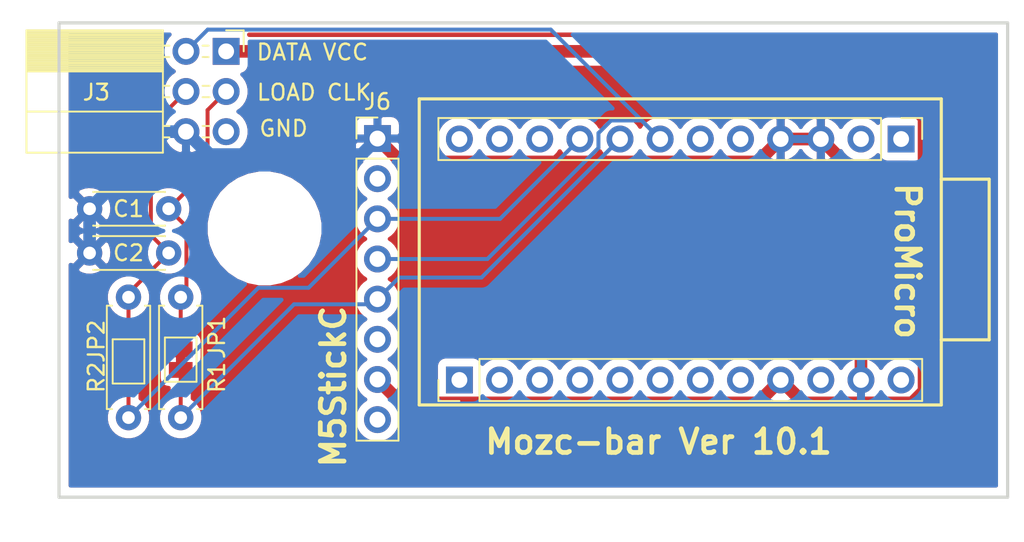
<source format=kicad_pcb>
(kicad_pcb (version 20171130) (host pcbnew 5.1.12)

  (general
    (thickness 1.6)
    (drawings 19)
    (tracks 58)
    (zones 0)
    (modules 11)
    (nets 8)
  )

  (page A4)
  (layers
    (0 F.Cu signal)
    (31 B.Cu signal)
    (32 B.Adhes user)
    (33 F.Adhes user)
    (34 B.Paste user)
    (35 F.Paste user)
    (36 B.SilkS user)
    (37 F.SilkS user)
    (38 B.Mask user)
    (39 F.Mask user)
    (40 Dwgs.User user)
    (41 Cmts.User user)
    (42 Eco1.User user)
    (43 Eco2.User user)
    (44 Edge.Cuts user)
    (45 Margin user)
    (46 B.CrtYd user)
    (47 F.CrtYd user)
    (48 B.Fab user)
    (49 F.Fab user)
  )

  (setup
    (last_trace_width 0.25)
    (trace_clearance 0.2)
    (zone_clearance 0.508)
    (zone_45_only no)
    (trace_min 0.2)
    (via_size 0.8)
    (via_drill 0.4)
    (via_min_size 0.4)
    (via_min_drill 0.3)
    (uvia_size 0.3)
    (uvia_drill 0.1)
    (uvias_allowed no)
    (uvia_min_size 0.2)
    (uvia_min_drill 0.1)
    (edge_width 0.2)
    (segment_width 0.2)
    (pcb_text_width 0.3)
    (pcb_text_size 1.5 1.5)
    (mod_edge_width 0.15)
    (mod_text_size 1 1)
    (mod_text_width 0.15)
    (pad_size 1.524 1.524)
    (pad_drill 0.762)
    (pad_to_mask_clearance 0.051)
    (solder_mask_min_width 0.25)
    (aux_axis_origin 100 100)
    (visible_elements FFFFFF7F)
    (pcbplotparams
      (layerselection 0x010fc_ffffffff)
      (usegerberextensions true)
      (usegerberattributes false)
      (usegerberadvancedattributes false)
      (creategerberjobfile false)
      (excludeedgelayer true)
      (linewidth 0.100000)
      (plotframeref false)
      (viasonmask false)
      (mode 1)
      (useauxorigin false)
      (hpglpennumber 1)
      (hpglpenspeed 20)
      (hpglpendiameter 15.000000)
      (psnegative false)
      (psa4output false)
      (plotreference true)
      (plotvalue true)
      (plotinvisibletext false)
      (padsonsilk false)
      (subtractmaskfromsilk false)
      (outputformat 1)
      (mirror false)
      (drillshape 0)
      (scaleselection 1)
      (outputdirectory "gerber/"))
  )

  (net 0 "")
  (net 1 GND)
  (net 2 /DATA_IN)
  (net 3 /CLK_OUT)
  (net 4 /LOAD_OUT)
  (net 5 VCC)
  (net 6 /CLK_OUT_BUF)
  (net 7 /LOAD_OUT_BUF)

  (net_class Default "これはデフォルトのネット クラスです。"
    (clearance 0.2)
    (trace_width 0.25)
    (via_dia 0.8)
    (via_drill 0.4)
    (uvia_dia 0.3)
    (uvia_drill 0.1)
    (add_net /CLK_OUT)
    (add_net /CLK_OUT_BUF)
    (add_net /DATA_IN)
    (add_net /LOAD_OUT)
    (add_net /LOAD_OUT_BUF)
  )

  (net_class PWR ""
    (clearance 0.2)
    (trace_width 0.8)
    (via_dia 1.5)
    (via_drill 0.8)
    (uvia_dia 0.3)
    (uvia_drill 0.1)
    (add_net GND)
    (add_net VCC)
  )

  (module MountingHole:MountingHole_3.2mm_M3 (layer F.Cu) (tedit 56D1B4CB) (tstamp 62D77419)
    (at 113 113)
    (descr "Mounting Hole 3.2mm, no annular, M3")
    (tags "mounting hole 3.2mm no annular m3")
    (clearance 2)
    (attr virtual)
    (fp_text reference REF** (at 0 -5.86) (layer F.SilkS) hide
      (effects (font (size 1 1) (thickness 0.15)))
    )
    (fp_text value MountingHole_3.2mm_M3 (at 0 3.7) (layer F.Fab)
      (effects (font (size 1 1) (thickness 0.15)))
    )
    (fp_circle (center 0 0) (end 3.2 0) (layer Cmts.User) (width 0.15))
    (fp_circle (center 0 0) (end 3.45 0) (layer F.CrtYd) (width 0.05))
    (fp_text user %R (at 0.3 0) (layer F.Fab)
      (effects (font (size 1 1) (thickness 0.15)))
    )
    (pad 1 np_thru_hole circle (at 0 0) (size 3.2 3.2) (drill 3.2) (layers *.Cu *.Mask))
  )

  (module Connector_PinHeader_2.54mm:PinHeader_1x12_P2.54mm_Vertical (layer F.Cu) (tedit 59FED5CC) (tstamp 61946587)
    (at 153.264 107.346 270)
    (descr "Through hole straight pin header, 1x12, 2.54mm pitch, single row")
    (tags "Through hole pin header THT 1x12 2.54mm single row")
    (path /6187E202)
    (fp_text reference J1 (at 0 -2.33 270) (layer F.SilkS) hide
      (effects (font (size 1 1) (thickness 0.15)))
    )
    (fp_text value Conn_01x12_Female (at 0 30.27 270) (layer F.Fab)
      (effects (font (size 1 1) (thickness 0.15)))
    )
    (fp_line (start -0.635 -1.27) (end 1.27 -1.27) (layer F.Fab) (width 0.1))
    (fp_line (start 1.27 -1.27) (end 1.27 29.21) (layer F.Fab) (width 0.1))
    (fp_line (start 1.27 29.21) (end -1.27 29.21) (layer F.Fab) (width 0.1))
    (fp_line (start -1.27 29.21) (end -1.27 -0.635) (layer F.Fab) (width 0.1))
    (fp_line (start -1.27 -0.635) (end -0.635 -1.27) (layer F.Fab) (width 0.1))
    (fp_line (start -1.33 29.27) (end 1.33 29.27) (layer F.SilkS) (width 0.12))
    (fp_line (start -1.33 1.27) (end -1.33 29.27) (layer F.SilkS) (width 0.12))
    (fp_line (start 1.33 1.27) (end 1.33 29.27) (layer F.SilkS) (width 0.12))
    (fp_line (start -1.33 1.27) (end 1.33 1.27) (layer F.SilkS) (width 0.12))
    (fp_line (start -1.33 0) (end -1.33 -1.33) (layer F.SilkS) (width 0.12))
    (fp_line (start -1.33 -1.33) (end 0 -1.33) (layer F.SilkS) (width 0.12))
    (fp_line (start -1.8 -1.8) (end -1.8 29.75) (layer F.CrtYd) (width 0.05))
    (fp_line (start -1.8 29.75) (end 1.8 29.75) (layer F.CrtYd) (width 0.05))
    (fp_line (start 1.8 29.75) (end 1.8 -1.8) (layer F.CrtYd) (width 0.05))
    (fp_line (start 1.8 -1.8) (end -1.8 -1.8) (layer F.CrtYd) (width 0.05))
    (fp_text user %R (at 0 13.97) (layer F.Fab)
      (effects (font (size 1 1) (thickness 0.15)))
    )
    (pad 1 thru_hole rect (at 0 0 270) (size 1.7 1.7) (drill 1) (layers *.Cu *.Mask))
    (pad 2 thru_hole oval (at 0 2.54 270) (size 1.7 1.7) (drill 1) (layers *.Cu *.Mask))
    (pad 3 thru_hole oval (at 0 5.08 270) (size 1.7 1.7) (drill 1) (layers *.Cu *.Mask)
      (net 1 GND))
    (pad 4 thru_hole oval (at 0 7.62 270) (size 1.7 1.7) (drill 1) (layers *.Cu *.Mask)
      (net 1 GND))
    (pad 5 thru_hole oval (at 0 10.16 270) (size 1.7 1.7) (drill 1) (layers *.Cu *.Mask))
    (pad 6 thru_hole oval (at 0 12.7 270) (size 1.7 1.7) (drill 1) (layers *.Cu *.Mask))
    (pad 7 thru_hole oval (at 0 15.24 270) (size 1.7 1.7) (drill 1) (layers *.Cu *.Mask)
      (net 2 /DATA_IN))
    (pad 8 thru_hole oval (at 0 17.78 270) (size 1.7 1.7) (drill 1) (layers *.Cu *.Mask)
      (net 3 /CLK_OUT))
    (pad 9 thru_hole oval (at 0 20.32 270) (size 1.7 1.7) (drill 1) (layers *.Cu *.Mask)
      (net 4 /LOAD_OUT))
    (pad 10 thru_hole oval (at 0 22.86 270) (size 1.7 1.7) (drill 1) (layers *.Cu *.Mask))
    (pad 11 thru_hole oval (at 0 25.4 270) (size 1.7 1.7) (drill 1) (layers *.Cu *.Mask))
    (pad 12 thru_hole oval (at 0 27.94 270) (size 1.7 1.7) (drill 1) (layers *.Cu *.Mask))
    (model ${KISYS3DMOD}/Connector_PinHeader_2.54mm.3dshapes/PinHeader_1x12_P2.54mm_Vertical.wrl
      (at (xyz 0 0 0))
      (scale (xyz 1 1 1))
      (rotate (xyz 0 0 0))
    )
  )

  (module Connector_PinHeader_2.54mm:PinHeader_1x12_P2.54mm_Vertical (layer F.Cu) (tedit 59FED5CC) (tstamp 619465A7)
    (at 125.324 122.586 90)
    (descr "Through hole straight pin header, 1x12, 2.54mm pitch, single row")
    (tags "Through hole pin header THT 1x12 2.54mm single row")
    (path /6187E22D)
    (fp_text reference J2 (at 0 -2.33 90) (layer F.SilkS) hide
      (effects (font (size 1 1) (thickness 0.15)))
    )
    (fp_text value Conn_01x12_Female (at 0 30.27 90) (layer F.Fab)
      (effects (font (size 1 1) (thickness 0.15)))
    )
    (fp_line (start 1.8 -1.8) (end -1.8 -1.8) (layer F.CrtYd) (width 0.05))
    (fp_line (start 1.8 29.75) (end 1.8 -1.8) (layer F.CrtYd) (width 0.05))
    (fp_line (start -1.8 29.75) (end 1.8 29.75) (layer F.CrtYd) (width 0.05))
    (fp_line (start -1.8 -1.8) (end -1.8 29.75) (layer F.CrtYd) (width 0.05))
    (fp_line (start -1.33 -1.33) (end 0 -1.33) (layer F.SilkS) (width 0.12))
    (fp_line (start -1.33 0) (end -1.33 -1.33) (layer F.SilkS) (width 0.12))
    (fp_line (start -1.33 1.27) (end 1.33 1.27) (layer F.SilkS) (width 0.12))
    (fp_line (start 1.33 1.27) (end 1.33 29.27) (layer F.SilkS) (width 0.12))
    (fp_line (start -1.33 1.27) (end -1.33 29.27) (layer F.SilkS) (width 0.12))
    (fp_line (start -1.33 29.27) (end 1.33 29.27) (layer F.SilkS) (width 0.12))
    (fp_line (start -1.27 -0.635) (end -0.635 -1.27) (layer F.Fab) (width 0.1))
    (fp_line (start -1.27 29.21) (end -1.27 -0.635) (layer F.Fab) (width 0.1))
    (fp_line (start 1.27 29.21) (end -1.27 29.21) (layer F.Fab) (width 0.1))
    (fp_line (start 1.27 -1.27) (end 1.27 29.21) (layer F.Fab) (width 0.1))
    (fp_line (start -0.635 -1.27) (end 1.27 -1.27) (layer F.Fab) (width 0.1))
    (fp_text user %R (at 0 13.97 180) (layer F.Fab)
      (effects (font (size 1 1) (thickness 0.15)))
    )
    (pad 12 thru_hole oval (at 0 27.94 90) (size 1.7 1.7) (drill 1) (layers *.Cu *.Mask))
    (pad 11 thru_hole oval (at 0 25.4 90) (size 1.7 1.7) (drill 1) (layers *.Cu *.Mask)
      (net 1 GND))
    (pad 10 thru_hole oval (at 0 22.86 90) (size 1.7 1.7) (drill 1) (layers *.Cu *.Mask))
    (pad 9 thru_hole oval (at 0 20.32 90) (size 1.7 1.7) (drill 1) (layers *.Cu *.Mask)
      (net 5 VCC))
    (pad 8 thru_hole oval (at 0 17.78 90) (size 1.7 1.7) (drill 1) (layers *.Cu *.Mask))
    (pad 7 thru_hole oval (at 0 15.24 90) (size 1.7 1.7) (drill 1) (layers *.Cu *.Mask))
    (pad 6 thru_hole oval (at 0 12.7 90) (size 1.7 1.7) (drill 1) (layers *.Cu *.Mask))
    (pad 5 thru_hole oval (at 0 10.16 90) (size 1.7 1.7) (drill 1) (layers *.Cu *.Mask))
    (pad 4 thru_hole oval (at 0 7.62 90) (size 1.7 1.7) (drill 1) (layers *.Cu *.Mask))
    (pad 3 thru_hole oval (at 0 5.08 90) (size 1.7 1.7) (drill 1) (layers *.Cu *.Mask))
    (pad 2 thru_hole oval (at 0 2.54 90) (size 1.7 1.7) (drill 1) (layers *.Cu *.Mask))
    (pad 1 thru_hole rect (at 0 0 90) (size 1.7 1.7) (drill 1) (layers *.Cu *.Mask))
    (model ${KISYS3DMOD}/Connector_PinHeader_2.54mm.3dshapes/PinHeader_1x12_P2.54mm_Vertical.wrl
      (at (xyz 0 0 0))
      (scale (xyz 1 1 1))
      (rotate (xyz 0 0 0))
    )
  )

  (module Connector_PinHeader_2.54mm:PinHeader_1x08_P2.54mm_Vertical (layer F.Cu) (tedit 59FED5CC) (tstamp 6192F58D)
    (at 120.142 107.315)
    (descr "Through hole straight pin header, 1x08, 2.54mm pitch, single row")
    (tags "Through hole pin header THT 1x08 2.54mm single row")
    (path /6192E41C)
    (fp_text reference J6 (at 0 -2.33) (layer F.SilkS)
      (effects (font (size 1 1) (thickness 0.15)))
    )
    (fp_text value Conn_01x08_Male (at 0 20.11) (layer F.Fab)
      (effects (font (size 1 1) (thickness 0.15)))
    )
    (fp_line (start -0.635 -1.27) (end 1.27 -1.27) (layer F.Fab) (width 0.1))
    (fp_line (start 1.27 -1.27) (end 1.27 19.05) (layer F.Fab) (width 0.1))
    (fp_line (start 1.27 19.05) (end -1.27 19.05) (layer F.Fab) (width 0.1))
    (fp_line (start -1.27 19.05) (end -1.27 -0.635) (layer F.Fab) (width 0.1))
    (fp_line (start -1.27 -0.635) (end -0.635 -1.27) (layer F.Fab) (width 0.1))
    (fp_line (start -1.33 19.11) (end 1.33 19.11) (layer F.SilkS) (width 0.12))
    (fp_line (start -1.33 1.27) (end -1.33 19.11) (layer F.SilkS) (width 0.12))
    (fp_line (start 1.33 1.27) (end 1.33 19.11) (layer F.SilkS) (width 0.12))
    (fp_line (start -1.33 1.27) (end 1.33 1.27) (layer F.SilkS) (width 0.12))
    (fp_line (start -1.33 0) (end -1.33 -1.33) (layer F.SilkS) (width 0.12))
    (fp_line (start -1.33 -1.33) (end 0 -1.33) (layer F.SilkS) (width 0.12))
    (fp_line (start -1.8 -1.8) (end -1.8 19.55) (layer F.CrtYd) (width 0.05))
    (fp_line (start -1.8 19.55) (end 1.8 19.55) (layer F.CrtYd) (width 0.05))
    (fp_line (start 1.8 19.55) (end 1.8 -1.8) (layer F.CrtYd) (width 0.05))
    (fp_line (start 1.8 -1.8) (end -1.8 -1.8) (layer F.CrtYd) (width 0.05))
    (fp_text user %R (at 0 8.89 90) (layer F.Fab)
      (effects (font (size 1 1) (thickness 0.15)))
    )
    (pad 8 thru_hole oval (at 0 17.78) (size 1.7 1.7) (drill 1) (layers *.Cu *.Mask))
    (pad 7 thru_hole oval (at 0 15.24) (size 1.7 1.7) (drill 1) (layers *.Cu *.Mask)
      (net 5 VCC))
    (pad 6 thru_hole oval (at 0 12.7) (size 1.7 1.7) (drill 1) (layers *.Cu *.Mask))
    (pad 5 thru_hole oval (at 0 10.16) (size 1.7 1.7) (drill 1) (layers *.Cu *.Mask)
      (net 3 /CLK_OUT))
    (pad 4 thru_hole oval (at 0 7.62) (size 1.7 1.7) (drill 1) (layers *.Cu *.Mask)
      (net 2 /DATA_IN))
    (pad 3 thru_hole oval (at 0 5.08) (size 1.7 1.7) (drill 1) (layers *.Cu *.Mask)
      (net 4 /LOAD_OUT))
    (pad 2 thru_hole oval (at 0 2.54) (size 1.7 1.7) (drill 1) (layers *.Cu *.Mask))
    (pad 1 thru_hole rect (at 0 0) (size 1.7 1.7) (drill 1) (layers *.Cu *.Mask)
      (net 1 GND))
    (model ${KISYS3DMOD}/Connector_PinHeader_2.54mm.3dshapes/PinHeader_1x08_P2.54mm_Vertical.wrl
      (at (xyz 0 0 0))
      (scale (xyz 1 1 1))
      (rotate (xyz 0 0 0))
    )
  )

  (module Capacitor_THT:C_Disc_D4.3mm_W1.9mm_P5.00mm (layer F.Cu) (tedit 5AE50EF0) (tstamp 62D5F696)
    (at 106.934 111.76 180)
    (descr "C, Disc series, Radial, pin pitch=5.00mm, , diameter*width=4.3*1.9mm^2, Capacitor, http://www.vishay.com/docs/45233/krseries.pdf")
    (tags "C Disc series Radial pin pitch 5.00mm  diameter 4.3mm width 1.9mm Capacitor")
    (path /62C9C220)
    (fp_text reference C1 (at 2.54 0 180) (layer F.SilkS)
      (effects (font (size 1 1) (thickness 0.15)))
    )
    (fp_text value C (at 2.5 2.2 180) (layer F.Fab)
      (effects (font (size 1 1) (thickness 0.15)))
    )
    (fp_line (start 6.05 -1.2) (end -1.05 -1.2) (layer F.CrtYd) (width 0.05))
    (fp_line (start 6.05 1.2) (end 6.05 -1.2) (layer F.CrtYd) (width 0.05))
    (fp_line (start -1.05 1.2) (end 6.05 1.2) (layer F.CrtYd) (width 0.05))
    (fp_line (start -1.05 -1.2) (end -1.05 1.2) (layer F.CrtYd) (width 0.05))
    (fp_line (start 4.77 1.055) (end 4.77 1.07) (layer F.SilkS) (width 0.12))
    (fp_line (start 4.77 -1.07) (end 4.77 -1.055) (layer F.SilkS) (width 0.12))
    (fp_line (start 0.23 1.055) (end 0.23 1.07) (layer F.SilkS) (width 0.12))
    (fp_line (start 0.23 -1.07) (end 0.23 -1.055) (layer F.SilkS) (width 0.12))
    (fp_line (start 0.23 1.07) (end 4.77 1.07) (layer F.SilkS) (width 0.12))
    (fp_line (start 0.23 -1.07) (end 4.77 -1.07) (layer F.SilkS) (width 0.12))
    (fp_line (start 4.65 -0.95) (end 0.35 -0.95) (layer F.Fab) (width 0.1))
    (fp_line (start 4.65 0.95) (end 4.65 -0.95) (layer F.Fab) (width 0.1))
    (fp_line (start 0.35 0.95) (end 4.65 0.95) (layer F.Fab) (width 0.1))
    (fp_line (start 0.35 -0.95) (end 0.35 0.95) (layer F.Fab) (width 0.1))
    (fp_text user %R (at 2.5 0 180) (layer F.Fab)
      (effects (font (size 0.86 0.86) (thickness 0.129)))
    )
    (pad 2 thru_hole circle (at 5 0 180) (size 1.6 1.6) (drill 0.8) (layers *.Cu *.Mask)
      (net 1 GND))
    (pad 1 thru_hole circle (at 0 0 180) (size 1.6 1.6) (drill 0.8) (layers *.Cu *.Mask)
      (net 6 /CLK_OUT_BUF))
    (model ${KISYS3DMOD}/Capacitor_THT.3dshapes/C_Disc_D4.3mm_W1.9mm_P5.00mm.wrl
      (at (xyz 0 0 0))
      (scale (xyz 1 1 1))
      (rotate (xyz 0 0 0))
    )
  )

  (module Capacitor_THT:C_Disc_D4.3mm_W1.9mm_P5.00mm (layer F.Cu) (tedit 5AE50EF0) (tstamp 62D5F6AB)
    (at 106.934 114.554 180)
    (descr "C, Disc series, Radial, pin pitch=5.00mm, , diameter*width=4.3*1.9mm^2, Capacitor, http://www.vishay.com/docs/45233/krseries.pdf")
    (tags "C Disc series Radial pin pitch 5.00mm  diameter 4.3mm width 1.9mm Capacitor")
    (path /62C9C1D1)
    (fp_text reference C2 (at 2.54 0 180) (layer F.SilkS)
      (effects (font (size 1 1) (thickness 0.15)))
    )
    (fp_text value C (at 2.5 2.2 180) (layer F.Fab)
      (effects (font (size 1 1) (thickness 0.15)))
    )
    (fp_line (start 0.35 -0.95) (end 0.35 0.95) (layer F.Fab) (width 0.1))
    (fp_line (start 0.35 0.95) (end 4.65 0.95) (layer F.Fab) (width 0.1))
    (fp_line (start 4.65 0.95) (end 4.65 -0.95) (layer F.Fab) (width 0.1))
    (fp_line (start 4.65 -0.95) (end 0.35 -0.95) (layer F.Fab) (width 0.1))
    (fp_line (start 0.23 -1.07) (end 4.77 -1.07) (layer F.SilkS) (width 0.12))
    (fp_line (start 0.23 1.07) (end 4.77 1.07) (layer F.SilkS) (width 0.12))
    (fp_line (start 0.23 -1.07) (end 0.23 -1.055) (layer F.SilkS) (width 0.12))
    (fp_line (start 0.23 1.055) (end 0.23 1.07) (layer F.SilkS) (width 0.12))
    (fp_line (start 4.77 -1.07) (end 4.77 -1.055) (layer F.SilkS) (width 0.12))
    (fp_line (start 4.77 1.055) (end 4.77 1.07) (layer F.SilkS) (width 0.12))
    (fp_line (start -1.05 -1.2) (end -1.05 1.2) (layer F.CrtYd) (width 0.05))
    (fp_line (start -1.05 1.2) (end 6.05 1.2) (layer F.CrtYd) (width 0.05))
    (fp_line (start 6.05 1.2) (end 6.05 -1.2) (layer F.CrtYd) (width 0.05))
    (fp_line (start 6.05 -1.2) (end -1.05 -1.2) (layer F.CrtYd) (width 0.05))
    (fp_text user %R (at 2.5 0 180) (layer F.Fab)
      (effects (font (size 0.86 0.86) (thickness 0.129)))
    )
    (pad 1 thru_hole circle (at 0 0 180) (size 1.6 1.6) (drill 0.8) (layers *.Cu *.Mask)
      (net 7 /LOAD_OUT_BUF))
    (pad 2 thru_hole circle (at 5 0 180) (size 1.6 1.6) (drill 0.8) (layers *.Cu *.Mask)
      (net 1 GND))
    (model ${KISYS3DMOD}/Capacitor_THT.3dshapes/C_Disc_D4.3mm_W1.9mm_P5.00mm.wrl
      (at (xyz 0 0 0))
      (scale (xyz 1 1 1))
      (rotate (xyz 0 0 0))
    )
  )

  (module Jumper:SolderJumper-2_P1.3mm_Bridged_Pad1.0x1.5mm (layer F.Cu) (tedit 5B391424) (tstamp 62D5F701)
    (at 107.696 121.3 270)
    (descr "SMD Solder Jumper, 1x1.5mm Pads, 0.3mm gap, bridged with 1 copper strip")
    (tags "solder jumper open")
    (path /62C99298)
    (attr virtual)
    (fp_text reference JP1 (at -1.412 -2.286 270) (layer F.SilkS)
      (effects (font (size 1 1) (thickness 0.15)))
    )
    (fp_text value Jumper (at 0 1.9 270) (layer F.Fab)
      (effects (font (size 1 1) (thickness 0.15)))
    )
    (fp_line (start -1.4 1) (end -1.4 -1) (layer F.SilkS) (width 0.12))
    (fp_line (start 1.4 1) (end -1.4 1) (layer F.SilkS) (width 0.12))
    (fp_line (start 1.4 -1) (end 1.4 1) (layer F.SilkS) (width 0.12))
    (fp_line (start -1.4 -1) (end 1.4 -1) (layer F.SilkS) (width 0.12))
    (fp_line (start -1.65 -1.25) (end 1.65 -1.25) (layer F.CrtYd) (width 0.05))
    (fp_line (start -1.65 -1.25) (end -1.65 1.25) (layer F.CrtYd) (width 0.05))
    (fp_line (start 1.65 1.25) (end 1.65 -1.25) (layer F.CrtYd) (width 0.05))
    (fp_line (start 1.65 1.25) (end -1.65 1.25) (layer F.CrtYd) (width 0.05))
    (pad 1 smd custom (at -0.65 0 270) (size 1 1.5) (layers F.Cu F.Mask)
      (net 6 /CLK_OUT_BUF)
      (options (clearance outline) (anchor rect))
      (primitives
        (gr_poly (pts
           (xy 0.4 -0.3) (xy 0.9 -0.3) (xy 0.9 0.3) (xy 0.4 0.3)) (width 0))
      ))
    (pad 2 smd rect (at 0.65 0 270) (size 1 1.5) (layers F.Cu F.Mask)
      (net 3 /CLK_OUT))
  )

  (module Jumper:SolderJumper-2_P1.3mm_Bridged_Pad1.0x1.5mm (layer F.Cu) (tedit 5B391424) (tstamp 62D5F70F)
    (at 104.394 121.412 270)
    (descr "SMD Solder Jumper, 1x1.5mm Pads, 0.3mm gap, bridged with 1 copper strip")
    (tags "solder jumper open")
    (path /62C992E7)
    (attr virtual)
    (fp_text reference JP2 (at -1.27 2.032 270) (layer F.SilkS)
      (effects (font (size 1 1) (thickness 0.15)))
    )
    (fp_text value Jumper (at 0 1.9 270) (layer F.Fab)
      (effects (font (size 1 1) (thickness 0.15)))
    )
    (fp_line (start 1.65 1.25) (end -1.65 1.25) (layer F.CrtYd) (width 0.05))
    (fp_line (start 1.65 1.25) (end 1.65 -1.25) (layer F.CrtYd) (width 0.05))
    (fp_line (start -1.65 -1.25) (end -1.65 1.25) (layer F.CrtYd) (width 0.05))
    (fp_line (start -1.65 -1.25) (end 1.65 -1.25) (layer F.CrtYd) (width 0.05))
    (fp_line (start -1.4 -1) (end 1.4 -1) (layer F.SilkS) (width 0.12))
    (fp_line (start 1.4 -1) (end 1.4 1) (layer F.SilkS) (width 0.12))
    (fp_line (start 1.4 1) (end -1.4 1) (layer F.SilkS) (width 0.12))
    (fp_line (start -1.4 1) (end -1.4 -1) (layer F.SilkS) (width 0.12))
    (pad 2 smd rect (at 0.65 0 270) (size 1 1.5) (layers F.Cu F.Mask)
      (net 4 /LOAD_OUT))
    (pad 1 smd custom (at -0.65 0 270) (size 1 1.5) (layers F.Cu F.Mask)
      (net 7 /LOAD_OUT_BUF)
      (options (clearance outline) (anchor rect))
      (primitives
        (gr_poly (pts
           (xy 0.4 -0.3) (xy 0.9 -0.3) (xy 0.9 0.3) (xy 0.4 0.3)) (width 0))
      ))
  )

  (module Resistor_THT:R_Axial_DIN0207_L6.3mm_D2.5mm_P7.62mm_Horizontal (layer F.Cu) (tedit 5AE5139B) (tstamp 62D5F726)
    (at 107.696 124.968 90)
    (descr "Resistor, Axial_DIN0207 series, Axial, Horizontal, pin pitch=7.62mm, 0.25W = 1/4W, length*diameter=6.3*2.5mm^2, http://cdn-reichelt.de/documents/datenblatt/B400/1_4W%23YAG.pdf")
    (tags "Resistor Axial_DIN0207 series Axial Horizontal pin pitch 7.62mm 0.25W = 1/4W length 6.3mm diameter 2.5mm")
    (path /62C99BF1)
    (fp_text reference R1 (at 2.54 2.286 90) (layer F.SilkS)
      (effects (font (size 1 1) (thickness 0.15)))
    )
    (fp_text value R (at 3.81 2.37 90) (layer F.Fab)
      (effects (font (size 1 1) (thickness 0.15)))
    )
    (fp_line (start 0.66 -1.25) (end 0.66 1.25) (layer F.Fab) (width 0.1))
    (fp_line (start 0.66 1.25) (end 6.96 1.25) (layer F.Fab) (width 0.1))
    (fp_line (start 6.96 1.25) (end 6.96 -1.25) (layer F.Fab) (width 0.1))
    (fp_line (start 6.96 -1.25) (end 0.66 -1.25) (layer F.Fab) (width 0.1))
    (fp_line (start 0 0) (end 0.66 0) (layer F.Fab) (width 0.1))
    (fp_line (start 7.62 0) (end 6.96 0) (layer F.Fab) (width 0.1))
    (fp_line (start 0.54 -1.04) (end 0.54 -1.37) (layer F.SilkS) (width 0.12))
    (fp_line (start 0.54 -1.37) (end 7.08 -1.37) (layer F.SilkS) (width 0.12))
    (fp_line (start 7.08 -1.37) (end 7.08 -1.04) (layer F.SilkS) (width 0.12))
    (fp_line (start 0.54 1.04) (end 0.54 1.37) (layer F.SilkS) (width 0.12))
    (fp_line (start 0.54 1.37) (end 7.08 1.37) (layer F.SilkS) (width 0.12))
    (fp_line (start 7.08 1.37) (end 7.08 1.04) (layer F.SilkS) (width 0.12))
    (fp_line (start -1.05 -1.5) (end -1.05 1.5) (layer F.CrtYd) (width 0.05))
    (fp_line (start -1.05 1.5) (end 8.67 1.5) (layer F.CrtYd) (width 0.05))
    (fp_line (start 8.67 1.5) (end 8.67 -1.5) (layer F.CrtYd) (width 0.05))
    (fp_line (start 8.67 -1.5) (end -1.05 -1.5) (layer F.CrtYd) (width 0.05))
    (fp_text user %R (at 3.81 0 90) (layer F.Fab)
      (effects (font (size 1 1) (thickness 0.15)))
    )
    (pad 1 thru_hole circle (at 0 0 90) (size 1.6 1.6) (drill 0.8) (layers *.Cu *.Mask)
      (net 3 /CLK_OUT))
    (pad 2 thru_hole oval (at 7.62 0 90) (size 1.6 1.6) (drill 0.8) (layers *.Cu *.Mask)
      (net 6 /CLK_OUT_BUF))
    (model ${KISYS3DMOD}/Resistor_THT.3dshapes/R_Axial_DIN0207_L6.3mm_D2.5mm_P7.62mm_Horizontal.wrl
      (at (xyz 0 0 0))
      (scale (xyz 1 1 1))
      (rotate (xyz 0 0 0))
    )
  )

  (module Resistor_THT:R_Axial_DIN0207_L6.3mm_D2.5mm_P7.62mm_Horizontal (layer F.Cu) (tedit 5AE5139B) (tstamp 62D5F73D)
    (at 104.394 124.968 90)
    (descr "Resistor, Axial_DIN0207 series, Axial, Horizontal, pin pitch=7.62mm, 0.25W = 1/4W, length*diameter=6.3*2.5mm^2, http://cdn-reichelt.de/documents/datenblatt/B400/1_4W%23YAG.pdf")
    (tags "Resistor Axial_DIN0207 series Axial Horizontal pin pitch 7.62mm 0.25W = 1/4W length 6.3mm diameter 2.5mm")
    (path /62C99C4C)
    (fp_text reference R2 (at 2.54 -2.032 90) (layer F.SilkS)
      (effects (font (size 1 1) (thickness 0.15)))
    )
    (fp_text value R (at 3.81 2.37 90) (layer F.Fab)
      (effects (font (size 1 1) (thickness 0.15)))
    )
    (fp_line (start 8.67 -1.5) (end -1.05 -1.5) (layer F.CrtYd) (width 0.05))
    (fp_line (start 8.67 1.5) (end 8.67 -1.5) (layer F.CrtYd) (width 0.05))
    (fp_line (start -1.05 1.5) (end 8.67 1.5) (layer F.CrtYd) (width 0.05))
    (fp_line (start -1.05 -1.5) (end -1.05 1.5) (layer F.CrtYd) (width 0.05))
    (fp_line (start 7.08 1.37) (end 7.08 1.04) (layer F.SilkS) (width 0.12))
    (fp_line (start 0.54 1.37) (end 7.08 1.37) (layer F.SilkS) (width 0.12))
    (fp_line (start 0.54 1.04) (end 0.54 1.37) (layer F.SilkS) (width 0.12))
    (fp_line (start 7.08 -1.37) (end 7.08 -1.04) (layer F.SilkS) (width 0.12))
    (fp_line (start 0.54 -1.37) (end 7.08 -1.37) (layer F.SilkS) (width 0.12))
    (fp_line (start 0.54 -1.04) (end 0.54 -1.37) (layer F.SilkS) (width 0.12))
    (fp_line (start 7.62 0) (end 6.96 0) (layer F.Fab) (width 0.1))
    (fp_line (start 0 0) (end 0.66 0) (layer F.Fab) (width 0.1))
    (fp_line (start 6.96 -1.25) (end 0.66 -1.25) (layer F.Fab) (width 0.1))
    (fp_line (start 6.96 1.25) (end 6.96 -1.25) (layer F.Fab) (width 0.1))
    (fp_line (start 0.66 1.25) (end 6.96 1.25) (layer F.Fab) (width 0.1))
    (fp_line (start 0.66 -1.25) (end 0.66 1.25) (layer F.Fab) (width 0.1))
    (fp_text user %R (at 3.556 0 90) (layer F.Fab)
      (effects (font (size 1 1) (thickness 0.15)))
    )
    (pad 2 thru_hole oval (at 7.62 0 90) (size 1.6 1.6) (drill 0.8) (layers *.Cu *.Mask)
      (net 7 /LOAD_OUT_BUF))
    (pad 1 thru_hole circle (at 0 0 90) (size 1.6 1.6) (drill 0.8) (layers *.Cu *.Mask)
      (net 4 /LOAD_OUT))
    (model ${KISYS3DMOD}/Resistor_THT.3dshapes/R_Axial_DIN0207_L6.3mm_D2.5mm_P7.62mm_Horizontal.wrl
      (at (xyz 0 0 0))
      (scale (xyz 1 1 1))
      (rotate (xyz 0 0 0))
    )
  )

  (module Connector_PinSocket_2.54mm:PinSocket_2x03_P2.54mm_Horizontal (layer F.Cu) (tedit 5A19A431) (tstamp 62D60021)
    (at 110.57 101.8)
    (descr "Through hole angled socket strip, 2x03, 2.54mm pitch, 8.51mm socket length, double cols (from Kicad 4.0.7), script generated")
    (tags "Through hole angled socket strip THT 2x03 2.54mm double row")
    (path /6187E917)
    (fp_text reference J3 (at -8.208 2.594) (layer F.SilkS)
      (effects (font (size 1 1) (thickness 0.15)))
    )
    (fp_text value Conn_01x06 (at -5.65 7.85) (layer F.Fab)
      (effects (font (size 1 1) (thickness 0.15)))
    )
    (fp_line (start 1.8 6.85) (end 1.8 -1.8) (layer F.CrtYd) (width 0.05))
    (fp_line (start -13.05 6.85) (end 1.8 6.85) (layer F.CrtYd) (width 0.05))
    (fp_line (start -13.05 -1.8) (end -13.05 6.85) (layer F.CrtYd) (width 0.05))
    (fp_line (start 1.8 -1.8) (end -13.05 -1.8) (layer F.CrtYd) (width 0.05))
    (fp_line (start 0 -1.33) (end 1.11 -1.33) (layer F.SilkS) (width 0.12))
    (fp_line (start 1.11 -1.33) (end 1.11 0) (layer F.SilkS) (width 0.12))
    (fp_line (start -12.63 -1.33) (end -12.63 6.41) (layer F.SilkS) (width 0.12))
    (fp_line (start -12.63 6.41) (end -4 6.41) (layer F.SilkS) (width 0.12))
    (fp_line (start -4 -1.33) (end -4 6.41) (layer F.SilkS) (width 0.12))
    (fp_line (start -12.63 -1.33) (end -4 -1.33) (layer F.SilkS) (width 0.12))
    (fp_line (start -12.63 3.81) (end -4 3.81) (layer F.SilkS) (width 0.12))
    (fp_line (start -12.63 1.27) (end -4 1.27) (layer F.SilkS) (width 0.12))
    (fp_line (start -1.49 5.44) (end -1.05 5.44) (layer F.SilkS) (width 0.12))
    (fp_line (start -4 5.44) (end -3.59 5.44) (layer F.SilkS) (width 0.12))
    (fp_line (start -1.49 4.72) (end -1.05 4.72) (layer F.SilkS) (width 0.12))
    (fp_line (start -4 4.72) (end -3.59 4.72) (layer F.SilkS) (width 0.12))
    (fp_line (start -1.49 2.9) (end -1.05 2.9) (layer F.SilkS) (width 0.12))
    (fp_line (start -4 2.9) (end -3.59 2.9) (layer F.SilkS) (width 0.12))
    (fp_line (start -1.49 2.18) (end -1.05 2.18) (layer F.SilkS) (width 0.12))
    (fp_line (start -4 2.18) (end -3.59 2.18) (layer F.SilkS) (width 0.12))
    (fp_line (start -1.49 0.36) (end -1.11 0.36) (layer F.SilkS) (width 0.12))
    (fp_line (start -4 0.36) (end -3.59 0.36) (layer F.SilkS) (width 0.12))
    (fp_line (start -1.49 -0.36) (end -1.11 -0.36) (layer F.SilkS) (width 0.12))
    (fp_line (start -4 -0.36) (end -3.59 -0.36) (layer F.SilkS) (width 0.12))
    (fp_line (start -12.63 1.1519) (end -4 1.1519) (layer F.SilkS) (width 0.12))
    (fp_line (start -12.63 1.033805) (end -4 1.033805) (layer F.SilkS) (width 0.12))
    (fp_line (start -12.63 0.91571) (end -4 0.91571) (layer F.SilkS) (width 0.12))
    (fp_line (start -12.63 0.797615) (end -4 0.797615) (layer F.SilkS) (width 0.12))
    (fp_line (start -12.63 0.67952) (end -4 0.67952) (layer F.SilkS) (width 0.12))
    (fp_line (start -12.63 0.561425) (end -4 0.561425) (layer F.SilkS) (width 0.12))
    (fp_line (start -12.63 0.44333) (end -4 0.44333) (layer F.SilkS) (width 0.12))
    (fp_line (start -12.63 0.325235) (end -4 0.325235) (layer F.SilkS) (width 0.12))
    (fp_line (start -12.63 0.20714) (end -4 0.20714) (layer F.SilkS) (width 0.12))
    (fp_line (start -12.63 0.089045) (end -4 0.089045) (layer F.SilkS) (width 0.12))
    (fp_line (start -12.63 -0.02905) (end -4 -0.02905) (layer F.SilkS) (width 0.12))
    (fp_line (start -12.63 -0.147145) (end -4 -0.147145) (layer F.SilkS) (width 0.12))
    (fp_line (start -12.63 -0.26524) (end -4 -0.26524) (layer F.SilkS) (width 0.12))
    (fp_line (start -12.63 -0.383335) (end -4 -0.383335) (layer F.SilkS) (width 0.12))
    (fp_line (start -12.63 -0.50143) (end -4 -0.50143) (layer F.SilkS) (width 0.12))
    (fp_line (start -12.63 -0.619525) (end -4 -0.619525) (layer F.SilkS) (width 0.12))
    (fp_line (start -12.63 -0.73762) (end -4 -0.73762) (layer F.SilkS) (width 0.12))
    (fp_line (start -12.63 -0.855715) (end -4 -0.855715) (layer F.SilkS) (width 0.12))
    (fp_line (start -12.63 -0.97381) (end -4 -0.97381) (layer F.SilkS) (width 0.12))
    (fp_line (start -12.63 -1.091905) (end -4 -1.091905) (layer F.SilkS) (width 0.12))
    (fp_line (start -12.63 -1.21) (end -4 -1.21) (layer F.SilkS) (width 0.12))
    (fp_line (start 0 5.38) (end 0 4.78) (layer F.Fab) (width 0.1))
    (fp_line (start -4.06 5.38) (end 0 5.38) (layer F.Fab) (width 0.1))
    (fp_line (start 0 4.78) (end -4.06 4.78) (layer F.Fab) (width 0.1))
    (fp_line (start 0 2.84) (end 0 2.24) (layer F.Fab) (width 0.1))
    (fp_line (start -4.06 2.84) (end 0 2.84) (layer F.Fab) (width 0.1))
    (fp_line (start 0 2.24) (end -4.06 2.24) (layer F.Fab) (width 0.1))
    (fp_line (start 0 0.3) (end 0 -0.3) (layer F.Fab) (width 0.1))
    (fp_line (start -4.06 0.3) (end 0 0.3) (layer F.Fab) (width 0.1))
    (fp_line (start 0 -0.3) (end -4.06 -0.3) (layer F.Fab) (width 0.1))
    (fp_line (start -12.57 6.35) (end -12.57 -1.27) (layer F.Fab) (width 0.1))
    (fp_line (start -4.06 6.35) (end -12.57 6.35) (layer F.Fab) (width 0.1))
    (fp_line (start -4.06 -0.3) (end -4.06 6.35) (layer F.Fab) (width 0.1))
    (fp_line (start -5.03 -1.27) (end -4.06 -0.3) (layer F.Fab) (width 0.1))
    (fp_line (start -12.57 -1.27) (end -5.03 -1.27) (layer F.Fab) (width 0.1))
    (fp_text user %R (at -8.315 2.54) (layer F.Fab)
      (effects (font (size 1 1) (thickness 0.15)))
    )
    (pad 6 thru_hole oval (at -2.54 5.08) (size 1.7 1.7) (drill 1) (layers *.Cu *.Mask)
      (net 1 GND))
    (pad 5 thru_hole oval (at 0 5.08) (size 1.7 1.7) (drill 1) (layers *.Cu *.Mask))
    (pad 4 thru_hole oval (at -2.54 2.54) (size 1.7 1.7) (drill 1) (layers *.Cu *.Mask)
      (net 7 /LOAD_OUT_BUF))
    (pad 3 thru_hole oval (at 0 2.54) (size 1.7 1.7) (drill 1) (layers *.Cu *.Mask)
      (net 6 /CLK_OUT_BUF))
    (pad 2 thru_hole oval (at -2.54 0) (size 1.7 1.7) (drill 1) (layers *.Cu *.Mask)
      (net 2 /DATA_IN))
    (pad 1 thru_hole rect (at 0 0) (size 1.7 1.7) (drill 1) (layers *.Cu *.Mask)
      (net 5 VCC))
    (model ${KISYS3DMOD}/Connector_PinSocket_2.54mm.3dshapes/PinSocket_2x03_P2.54mm_Horizontal.wrl
      (at (xyz 0 0 0))
      (scale (xyz 1 1 1))
      (rotate (xyz 0 0 0))
    )
  )

  (gr_text CLK (at 116.84 104.394) (layer F.SilkS) (tstamp 62D6111B)
    (effects (font (size 1 1) (thickness 0.15)) (justify left))
  )
  (gr_text VCC (at 116.586 101.854) (layer F.SilkS) (tstamp 62D6111B)
    (effects (font (size 1 1) (thickness 0.15)) (justify left))
  )
  (gr_text GND (at 115.824 106.68) (layer F.SilkS) (tstamp 62D6110A)
    (effects (font (size 1 1) (thickness 0.15)) (justify right))
  )
  (gr_text "LOAD\n" (at 116.332 104.394) (layer F.SilkS) (tstamp 62D6110A)
    (effects (font (size 1 1) (thickness 0.15)) (justify right))
  )
  (gr_text DATA (at 116.078 101.854) (layer F.SilkS)
    (effects (font (size 1 1) (thickness 0.15)) (justify right))
  )
  (gr_line (start 158.834 109.886) (end 158.834 120.046) (layer F.SilkS) (width 0.2))
  (gr_text M5StickC (at 117.348 128.27 90) (layer F.SilkS) (tstamp 61929690)
    (effects (font (size 1.5 1.5) (thickness 0.3)) (justify left))
  )
  (gr_text "Mozc-bar Ver 10.1" (at 137.922 126.492) (layer F.SilkS)
    (effects (font (size 1.5 1.5) (thickness 0.3)))
  )
  (gr_line (start 100 130) (end 100 100) (layer Edge.Cuts) (width 0.2))
  (gr_line (start 160 130) (end 100 130) (layer Edge.Cuts) (width 0.2))
  (gr_line (start 160 100) (end 160 130) (layer Edge.Cuts) (width 0.2))
  (gr_line (start 100 100) (end 160 100) (layer Edge.Cuts) (width 0.2))
  (gr_text ProMicro (at 153.67 115.062 270) (layer F.SilkS)
    (effects (font (size 1.5 1.5) (thickness 0.3)))
  )
  (gr_line (start 158.834 120.046) (end 155.804 120.046) (layer F.SilkS) (width 0.2))
  (gr_line (start 155.804 109.886) (end 158.834 109.886) (layer F.SilkS) (width 0.2))
  (gr_line (start 155.804 124.166) (end 155.804 104.806) (layer F.SilkS) (width 0.2))
  (gr_line (start 122.784 124.166) (end 155.804 124.166) (layer F.SilkS) (width 0.2))
  (gr_line (start 122.784 104.806) (end 122.784 124.166) (layer F.SilkS) (width 0.2))
  (gr_line (start 155.804 104.806) (end 122.784 104.806) (layer F.SilkS) (width 0.2))

  (segment (start 150.724 109.886) (end 148.184 107.346) (width 0.8) (layer F.Cu) (net 1))
  (segment (start 150.724 122.586) (end 150.724 109.886) (width 0.8) (layer F.Cu) (net 1))
  (segment (start 148.184 107.346) (end 145.644 107.346) (width 0.8) (layer F.Cu) (net 1))
  (segment (start 106.814 106.88) (end 101.934 111.76) (width 0.8) (layer B.Cu) (net 1))
  (segment (start 108.03 106.88) (end 106.814 106.88) (width 0.8) (layer B.Cu) (net 1))
  (segment (start 101.934 111.76) (end 101.934 114.554) (width 0.8) (layer B.Cu) (net 1))
  (segment (start 119.126999 108.330001) (end 120.142 107.315) (width 0.8) (layer B.Cu) (net 1))
  (segment (start 109.480001 108.330001) (end 119.126999 108.330001) (width 0.8) (layer B.Cu) (net 1))
  (segment (start 108.03 106.88) (end 109.480001 108.330001) (width 0.8) (layer B.Cu) (net 1))
  (segment (start 144.193999 108.796001) (end 145.644 107.346) (width 0.8) (layer F.Cu) (net 1))
  (segment (start 121.623001 108.796001) (end 144.193999 108.796001) (width 0.8) (layer F.Cu) (net 1))
  (segment (start 120.142 107.315) (end 121.623001 108.796001) (width 0.8) (layer F.Cu) (net 1))
  (segment (start 137.174001 106.496001) (end 138.024 107.346) (width 0.25) (layer B.Cu) (net 2))
  (segment (start 131.10301 100.42501) (end 137.174001 106.496001) (width 0.25) (layer B.Cu) (net 2))
  (segment (start 109.40499 100.42501) (end 131.10301 100.42501) (width 0.25) (layer B.Cu) (net 2))
  (segment (start 108.03 101.8) (end 109.40499 100.42501) (width 0.25) (layer B.Cu) (net 2))
  (segment (start 136.848999 106.170999) (end 138.024 107.346) (width 0.25) (layer B.Cu) (net 2))
  (segment (start 134.919999 106.170999) (end 136.848999 106.170999) (width 0.25) (layer B.Cu) (net 2))
  (segment (start 134.119001 106.971997) (end 134.919999 106.170999) (width 0.25) (layer B.Cu) (net 2))
  (segment (start 134.119001 107.910001) (end 134.119001 106.971997) (width 0.25) (layer B.Cu) (net 2))
  (segment (start 127.094002 114.935) (end 134.119001 107.910001) (width 0.25) (layer B.Cu) (net 2))
  (segment (start 120.142 114.935) (end 127.094002 114.935) (width 0.25) (layer B.Cu) (net 2))
  (segment (start 107.696 122.7) (end 107.696 124.968) (width 0.25) (layer F.Cu) (net 3))
  (segment (start 107.696 121.95) (end 107.696 122.7) (width 0.25) (layer F.Cu) (net 3))
  (segment (start 114.86599 117.79801) (end 120.142 117.79801) (width 0.25) (layer B.Cu) (net 3))
  (segment (start 107.696 124.968) (end 114.86599 117.79801) (width 0.25) (layer B.Cu) (net 3))
  (segment (start 121.506999 116.110001) (end 120.142 117.475) (width 0.25) (layer B.Cu) (net 3))
  (segment (start 126.719999 116.110001) (end 121.506999 116.110001) (width 0.25) (layer B.Cu) (net 3))
  (segment (start 135.484 107.346) (end 126.719999 116.110001) (width 0.25) (layer B.Cu) (net 3))
  (segment (start 104.394 124.968) (end 104.394 122.062) (width 0.25) (layer F.Cu) (net 4))
  (segment (start 115.781999 116.755001) (end 120.142 112.395) (width 0.25) (layer B.Cu) (net 4))
  (segment (start 112.606999 116.755001) (end 115.781999 116.755001) (width 0.25) (layer B.Cu) (net 4))
  (segment (start 104.394 124.968) (end 112.606999 116.755001) (width 0.25) (layer B.Cu) (net 4))
  (segment (start 127.895 112.395) (end 120.142 112.395) (width 0.25) (layer B.Cu) (net 4))
  (segment (start 132.944 107.346) (end 127.895 112.395) (width 0.25) (layer B.Cu) (net 4))
  (segment (start 146.493999 123.435999) (end 145.644 122.586) (width 0.8) (layer F.Cu) (net 5))
  (segment (start 147.094001 124.036001) (end 146.493999 123.435999) (width 0.8) (layer F.Cu) (net 5))
  (segment (start 153.960001 124.036001) (end 147.094001 124.036001) (width 0.8) (layer F.Cu) (net 5))
  (segment (start 154.714001 123.282001) (end 153.960001 124.036001) (width 0.8) (layer F.Cu) (net 5))
  (segment (start 154.714001 106.015999) (end 154.714001 123.282001) (width 0.8) (layer F.Cu) (net 5))
  (segment (start 150.498002 101.8) (end 154.714001 106.015999) (width 0.8) (layer F.Cu) (net 5))
  (segment (start 110.57 101.8) (end 150.498002 101.8) (width 0.8) (layer F.Cu) (net 5))
  (segment (start 144.193999 124.036001) (end 145.644 122.586) (width 0.8) (layer F.Cu) (net 5))
  (segment (start 121.623001 124.036001) (end 144.193999 124.036001) (width 0.8) (layer F.Cu) (net 5))
  (segment (start 120.142 122.555) (end 121.623001 124.036001) (width 0.8) (layer F.Cu) (net 5))
  (segment (start 107.696 117.348) (end 107.696 120.65) (width 0.25) (layer F.Cu) (net 6))
  (segment (start 109.394999 109.299001) (end 106.934 111.76) (width 0.25) (layer F.Cu) (net 6))
  (segment (start 109.394999 105.515001) (end 109.394999 109.299001) (width 0.25) (layer F.Cu) (net 6))
  (segment (start 110.57 104.34) (end 109.394999 105.515001) (width 0.25) (layer F.Cu) (net 6))
  (segment (start 108.059001 116.984999) (end 107.696 117.348) (width 0.25) (layer F.Cu) (net 6))
  (segment (start 108.059001 112.885001) (end 108.059001 116.984999) (width 0.25) (layer F.Cu) (net 6))
  (segment (start 106.934 111.76) (end 108.059001 112.885001) (width 0.25) (layer F.Cu) (net 6))
  (segment (start 104.394 117.348) (end 104.394 120.762) (width 0.25) (layer F.Cu) (net 7))
  (segment (start 105.808999 113.428999) (end 106.934 114.554) (width 0.25) (layer F.Cu) (net 7))
  (segment (start 105.808999 106.561001) (end 105.808999 113.428999) (width 0.25) (layer F.Cu) (net 7))
  (segment (start 108.03 104.34) (end 105.808999 106.561001) (width 0.25) (layer F.Cu) (net 7))
  (segment (start 104.394 117.094) (end 104.394 117.348) (width 0.25) (layer F.Cu) (net 7))
  (segment (start 106.934 114.554) (end 104.394 117.094) (width 0.25) (layer F.Cu) (net 7))

  (zone (net 1) (net_name GND) (layer F.Cu) (tstamp 62CFFCFD) (hatch edge 0.508)
    (connect_pads (clearance 0.508))
    (min_thickness 0.254)
    (fill yes (arc_segments 16) (thermal_gap 0.508) (thermal_bridge_width 0.508))
    (polygon
      (pts
        (xy 161.036 132.842) (xy 161.036 98.552) (xy 96.266 98.552) (xy 96.266 132.08)
      )
    )
    (filled_polygon
      (pts
        (xy 106.876525 100.853368) (xy 106.71401 101.096589) (xy 106.602068 101.366842) (xy 106.545 101.65374) (xy 106.545 101.94626)
        (xy 106.602068 102.233158) (xy 106.71401 102.503411) (xy 106.876525 102.746632) (xy 107.083368 102.953475) (xy 107.25776 103.07)
        (xy 107.083368 103.186525) (xy 106.876525 103.393368) (xy 106.71401 103.636589) (xy 106.602068 103.906842) (xy 106.545 104.19374)
        (xy 106.545 104.48626) (xy 106.58879 104.706408) (xy 105.298002 105.997197) (xy 105.268998 106.021) (xy 105.241094 106.055002)
        (xy 105.174025 106.136725) (xy 105.129221 106.220547) (xy 105.103453 106.268755) (xy 105.059996 106.412016) (xy 105.048999 106.523669)
        (xy 105.048999 106.523679) (xy 105.045323 106.561001) (xy 105.048999 106.598324) (xy 105.049 113.391667) (xy 105.045323 113.428999)
        (xy 105.049 113.466332) (xy 105.058354 113.561298) (xy 105.059997 113.577984) (xy 105.103453 113.721245) (xy 105.174025 113.853275)
        (xy 105.227987 113.919027) (xy 105.268999 113.969) (xy 105.297997 113.992798) (xy 105.535312 114.230113) (xy 105.499 114.412665)
        (xy 105.499 114.695335) (xy 105.535312 114.877886) (xy 104.500198 115.913) (xy 104.252665 115.913) (xy 103.975426 115.968147)
        (xy 103.714273 116.07632) (xy 103.479241 116.233363) (xy 103.279363 116.433241) (xy 103.12232 116.668273) (xy 103.014147 116.929426)
        (xy 102.959 117.206665) (xy 102.959 117.489335) (xy 103.014147 117.766574) (xy 103.12232 118.027727) (xy 103.279363 118.262759)
        (xy 103.479241 118.462637) (xy 103.634 118.566044) (xy 103.634001 119.624913) (xy 103.519518 119.636188) (xy 103.39982 119.672498)
        (xy 103.289506 119.731463) (xy 103.192815 119.810815) (xy 103.113463 119.907506) (xy 103.054498 120.01782) (xy 103.018188 120.137518)
        (xy 103.005928 120.262) (xy 103.005928 121.262) (xy 103.018188 121.386482) (xy 103.025929 121.412) (xy 103.018188 121.437518)
        (xy 103.005928 121.562) (xy 103.005928 122.562) (xy 103.018188 122.686482) (xy 103.054498 122.80618) (xy 103.113463 122.916494)
        (xy 103.192815 123.013185) (xy 103.289506 123.092537) (xy 103.39982 123.151502) (xy 103.519518 123.187812) (xy 103.634001 123.199087)
        (xy 103.634 123.749956) (xy 103.479241 123.853363) (xy 103.279363 124.053241) (xy 103.12232 124.288273) (xy 103.014147 124.549426)
        (xy 102.959 124.826665) (xy 102.959 125.109335) (xy 103.014147 125.386574) (xy 103.12232 125.647727) (xy 103.279363 125.882759)
        (xy 103.479241 126.082637) (xy 103.714273 126.23968) (xy 103.975426 126.347853) (xy 104.252665 126.403) (xy 104.535335 126.403)
        (xy 104.812574 126.347853) (xy 105.073727 126.23968) (xy 105.308759 126.082637) (xy 105.508637 125.882759) (xy 105.66568 125.647727)
        (xy 105.773853 125.386574) (xy 105.829 125.109335) (xy 105.829 124.826665) (xy 105.773853 124.549426) (xy 105.66568 124.288273)
        (xy 105.508637 124.053241) (xy 105.308759 123.853363) (xy 105.154 123.749957) (xy 105.154 123.199087) (xy 105.268482 123.187812)
        (xy 105.38818 123.151502) (xy 105.498494 123.092537) (xy 105.595185 123.013185) (xy 105.674537 122.916494) (xy 105.733502 122.80618)
        (xy 105.769812 122.686482) (xy 105.782072 122.562) (xy 105.782072 121.562) (xy 105.769812 121.437518) (xy 105.762071 121.412)
        (xy 105.769812 121.386482) (xy 105.782072 121.262) (xy 105.782072 120.262) (xy 105.769812 120.137518) (xy 105.733502 120.01782)
        (xy 105.674537 119.907506) (xy 105.595185 119.810815) (xy 105.498494 119.731463) (xy 105.38818 119.672498) (xy 105.268482 119.636188)
        (xy 105.154 119.624913) (xy 105.154 118.566043) (xy 105.308759 118.462637) (xy 105.508637 118.262759) (xy 105.66568 118.027727)
        (xy 105.773853 117.766574) (xy 105.829 117.489335) (xy 105.829 117.206665) (xy 105.773853 116.929426) (xy 105.732708 116.830093)
        (xy 106.610114 115.952688) (xy 106.792665 115.989) (xy 107.075335 115.989) (xy 107.299002 115.944509) (xy 107.299002 115.963855)
        (xy 107.277426 115.968147) (xy 107.016273 116.07632) (xy 106.781241 116.233363) (xy 106.581363 116.433241) (xy 106.42432 116.668273)
        (xy 106.316147 116.929426) (xy 106.261 117.206665) (xy 106.261 117.489335) (xy 106.316147 117.766574) (xy 106.42432 118.027727)
        (xy 106.581363 118.262759) (xy 106.781241 118.462637) (xy 106.936 118.566044) (xy 106.936001 119.512913) (xy 106.821518 119.524188)
        (xy 106.70182 119.560498) (xy 106.591506 119.619463) (xy 106.494815 119.698815) (xy 106.415463 119.795506) (xy 106.356498 119.90582)
        (xy 106.320188 120.025518) (xy 106.307928 120.15) (xy 106.307928 121.15) (xy 106.320188 121.274482) (xy 106.327929 121.3)
        (xy 106.320188 121.325518) (xy 106.307928 121.45) (xy 106.307928 122.45) (xy 106.320188 122.574482) (xy 106.356498 122.69418)
        (xy 106.415463 122.804494) (xy 106.494815 122.901185) (xy 106.591506 122.980537) (xy 106.70182 123.039502) (xy 106.821518 123.075812)
        (xy 106.936 123.087087) (xy 106.936 123.749956) (xy 106.781241 123.853363) (xy 106.581363 124.053241) (xy 106.42432 124.288273)
        (xy 106.316147 124.549426) (xy 106.261 124.826665) (xy 106.261 125.109335) (xy 106.316147 125.386574) (xy 106.42432 125.647727)
        (xy 106.581363 125.882759) (xy 106.781241 126.082637) (xy 107.016273 126.23968) (xy 107.277426 126.347853) (xy 107.554665 126.403)
        (xy 107.837335 126.403) (xy 108.114574 126.347853) (xy 108.375727 126.23968) (xy 108.610759 126.082637) (xy 108.810637 125.882759)
        (xy 108.96768 125.647727) (xy 109.075853 125.386574) (xy 109.131 125.109335) (xy 109.131 124.826665) (xy 109.075853 124.549426)
        (xy 108.96768 124.288273) (xy 108.810637 124.053241) (xy 108.610759 123.853363) (xy 108.456 123.749957) (xy 108.456 123.087087)
        (xy 108.570482 123.075812) (xy 108.69018 123.039502) (xy 108.800494 122.980537) (xy 108.897185 122.901185) (xy 108.976537 122.804494)
        (xy 109.035502 122.69418) (xy 109.071812 122.574482) (xy 109.084072 122.45) (xy 109.084072 121.45) (xy 109.071812 121.325518)
        (xy 109.064071 121.3) (xy 109.071812 121.274482) (xy 109.084072 121.15) (xy 109.084072 120.15) (xy 109.071812 120.025518)
        (xy 109.035502 119.90582) (xy 108.976537 119.795506) (xy 108.897185 119.698815) (xy 108.800494 119.619463) (xy 108.69018 119.560498)
        (xy 108.570482 119.524188) (xy 108.456 119.512913) (xy 108.456 118.566043) (xy 108.610759 118.462637) (xy 108.810637 118.262759)
        (xy 108.96768 118.027727) (xy 109.075853 117.766574) (xy 109.131 117.489335) (xy 109.131 117.206665) (xy 109.075853 116.929426)
        (xy 108.96768 116.668273) (xy 108.819001 116.445759) (xy 108.819001 112.922326) (xy 108.822677 112.885001) (xy 108.819001 112.847676)
        (xy 108.819001 112.847668) (xy 108.808004 112.736015) (xy 108.776732 112.632923) (xy 109.273 112.632923) (xy 109.273 113.367077)
        (xy 109.416227 114.087126) (xy 109.697176 114.765396) (xy 110.10505 115.375824) (xy 110.624176 115.89495) (xy 111.234604 116.302824)
        (xy 111.912874 116.583773) (xy 112.632923 116.727) (xy 113.367077 116.727) (xy 114.087126 116.583773) (xy 114.765396 116.302824)
        (xy 115.375824 115.89495) (xy 115.89495 115.375824) (xy 116.302824 114.765396) (xy 116.583773 114.087126) (xy 116.727 113.367077)
        (xy 116.727 112.632923) (xy 116.583773 111.912874) (xy 116.302824 111.234604) (xy 115.89495 110.624176) (xy 115.375824 110.10505)
        (xy 114.765396 109.697176) (xy 114.087126 109.416227) (xy 113.367077 109.273) (xy 112.632923 109.273) (xy 111.912874 109.416227)
        (xy 111.234604 109.697176) (xy 110.624176 110.10505) (xy 110.10505 110.624176) (xy 109.697176 111.234604) (xy 109.416227 111.912874)
        (xy 109.273 112.632923) (xy 108.776732 112.632923) (xy 108.764547 112.592754) (xy 108.693975 112.460725) (xy 108.599002 112.345)
        (xy 108.570005 112.321203) (xy 108.332688 112.083886) (xy 108.369 111.901335) (xy 108.369 111.618665) (xy 108.332688 111.436114)
        (xy 109.906002 109.8628) (xy 109.935 109.839002) (xy 110.029973 109.723277) (xy 110.100545 109.591248) (xy 110.144002 109.447987)
        (xy 110.154999 109.336334) (xy 110.154999 109.336325) (xy 110.158675 109.299002) (xy 110.154999 109.261679) (xy 110.154999 108.311544)
        (xy 110.42374 108.365) (xy 110.71626 108.365) (xy 111.003158 108.307932) (xy 111.273411 108.19599) (xy 111.516632 108.033475)
        (xy 111.723475 107.826632) (xy 111.88599 107.583411) (xy 111.997932 107.313158) (xy 112.020492 107.19974) (xy 123.839 107.19974)
        (xy 123.839 107.49226) (xy 123.896068 107.779158) (xy 124.00801 108.049411) (xy 124.170525 108.292632) (xy 124.377368 108.499475)
        (xy 124.620589 108.66199) (xy 124.890842 108.773932) (xy 125.17774 108.831) (xy 125.47026 108.831) (xy 125.757158 108.773932)
        (xy 126.027411 108.66199) (xy 126.270632 108.499475) (xy 126.477475 108.292632) (xy 126.594 108.11824) (xy 126.710525 108.292632)
        (xy 126.917368 108.499475) (xy 127.160589 108.66199) (xy 127.430842 108.773932) (xy 127.71774 108.831) (xy 128.01026 108.831)
        (xy 128.297158 108.773932) (xy 128.567411 108.66199) (xy 128.810632 108.499475) (xy 129.017475 108.292632) (xy 129.134 108.11824)
        (xy 129.250525 108.292632) (xy 129.457368 108.499475) (xy 129.700589 108.66199) (xy 129.970842 108.773932) (xy 130.25774 108.831)
        (xy 130.55026 108.831) (xy 130.837158 108.773932) (xy 131.107411 108.66199) (xy 131.350632 108.499475) (xy 131.557475 108.292632)
        (xy 131.674 108.11824) (xy 131.790525 108.292632) (xy 131.997368 108.499475) (xy 132.240589 108.66199) (xy 132.510842 108.773932)
        (xy 132.79774 108.831) (xy 133.09026 108.831) (xy 133.377158 108.773932) (xy 133.647411 108.66199) (xy 133.890632 108.499475)
        (xy 134.097475 108.292632) (xy 134.214 108.11824) (xy 134.330525 108.292632) (xy 134.537368 108.499475) (xy 134.780589 108.66199)
        (xy 135.050842 108.773932) (xy 135.33774 108.831) (xy 135.63026 108.831) (xy 135.917158 108.773932) (xy 136.187411 108.66199)
        (xy 136.430632 108.499475) (xy 136.637475 108.292632) (xy 136.754 108.11824) (xy 136.870525 108.292632) (xy 137.077368 108.499475)
        (xy 137.320589 108.66199) (xy 137.590842 108.773932) (xy 137.87774 108.831) (xy 138.17026 108.831) (xy 138.457158 108.773932)
        (xy 138.727411 108.66199) (xy 138.970632 108.499475) (xy 139.177475 108.292632) (xy 139.294 108.11824) (xy 139.410525 108.292632)
        (xy 139.617368 108.499475) (xy 139.860589 108.66199) (xy 140.130842 108.773932) (xy 140.41774 108.831) (xy 140.71026 108.831)
        (xy 140.997158 108.773932) (xy 141.267411 108.66199) (xy 141.510632 108.499475) (xy 141.717475 108.292632) (xy 141.834 108.11824)
        (xy 141.950525 108.292632) (xy 142.157368 108.499475) (xy 142.400589 108.66199) (xy 142.670842 108.773932) (xy 142.95774 108.831)
        (xy 143.25026 108.831) (xy 143.537158 108.773932) (xy 143.807411 108.66199) (xy 144.050632 108.499475) (xy 144.257475 108.292632)
        (xy 144.379195 108.110466) (xy 144.448822 108.227355) (xy 144.643731 108.443588) (xy 144.87708 108.617641) (xy 145.139901 108.742825)
        (xy 145.28711 108.787476) (xy 145.517 108.666155) (xy 145.517 107.473) (xy 145.771 107.473) (xy 145.771 108.666155)
        (xy 146.00089 108.787476) (xy 146.148099 108.742825) (xy 146.41092 108.617641) (xy 146.644269 108.443588) (xy 146.839178 108.227355)
        (xy 146.914 108.101745) (xy 146.988822 108.227355) (xy 147.183731 108.443588) (xy 147.41708 108.617641) (xy 147.679901 108.742825)
        (xy 147.82711 108.787476) (xy 148.057 108.666155) (xy 148.057 107.473) (xy 145.771 107.473) (xy 145.517 107.473)
        (xy 145.497 107.473) (xy 145.497 107.219) (xy 145.517 107.219) (xy 145.517 106.025845) (xy 145.771 106.025845)
        (xy 145.771 107.219) (xy 148.057 107.219) (xy 148.057 106.025845) (xy 147.82711 105.904524) (xy 147.679901 105.949175)
        (xy 147.41708 106.074359) (xy 147.183731 106.248412) (xy 146.988822 106.464645) (xy 146.914 106.590255) (xy 146.839178 106.464645)
        (xy 146.644269 106.248412) (xy 146.41092 106.074359) (xy 146.148099 105.949175) (xy 146.00089 105.904524) (xy 145.771 106.025845)
        (xy 145.517 106.025845) (xy 145.28711 105.904524) (xy 145.139901 105.949175) (xy 144.87708 106.074359) (xy 144.643731 106.248412)
        (xy 144.448822 106.464645) (xy 144.379195 106.581534) (xy 144.257475 106.399368) (xy 144.050632 106.192525) (xy 143.807411 106.03001)
        (xy 143.537158 105.918068) (xy 143.25026 105.861) (xy 142.95774 105.861) (xy 142.670842 105.918068) (xy 142.400589 106.03001)
        (xy 142.157368 106.192525) (xy 141.950525 106.399368) (xy 141.834 106.57376) (xy 141.717475 106.399368) (xy 141.510632 106.192525)
        (xy 141.267411 106.03001) (xy 140.997158 105.918068) (xy 140.71026 105.861) (xy 140.41774 105.861) (xy 140.130842 105.918068)
        (xy 139.860589 106.03001) (xy 139.617368 106.192525) (xy 139.410525 106.399368) (xy 139.294 106.57376) (xy 139.177475 106.399368)
        (xy 138.970632 106.192525) (xy 138.727411 106.03001) (xy 138.457158 105.918068) (xy 138.17026 105.861) (xy 137.87774 105.861)
        (xy 137.590842 105.918068) (xy 137.320589 106.03001) (xy 137.077368 106.192525) (xy 136.870525 106.399368) (xy 136.754 106.57376)
        (xy 136.637475 106.399368) (xy 136.430632 106.192525) (xy 136.187411 106.03001) (xy 135.917158 105.918068) (xy 135.63026 105.861)
        (xy 135.33774 105.861) (xy 135.050842 105.918068) (xy 134.780589 106.03001) (xy 134.537368 106.192525) (xy 134.330525 106.399368)
        (xy 134.214 106.57376) (xy 134.097475 106.399368) (xy 133.890632 106.192525) (xy 133.647411 106.03001) (xy 133.377158 105.918068)
        (xy 133.09026 105.861) (xy 132.79774 105.861) (xy 132.510842 105.918068) (xy 132.240589 106.03001) (xy 131.997368 106.192525)
        (xy 131.790525 106.399368) (xy 131.674 106.57376) (xy 131.557475 106.399368) (xy 131.350632 106.192525) (xy 131.107411 106.03001)
        (xy 130.837158 105.918068) (xy 130.55026 105.861) (xy 130.25774 105.861) (xy 129.970842 105.918068) (xy 129.700589 106.03001)
        (xy 129.457368 106.192525) (xy 129.250525 106.399368) (xy 129.134 106.57376) (xy 129.017475 106.399368) (xy 128.810632 106.192525)
        (xy 128.567411 106.03001) (xy 128.297158 105.918068) (xy 128.01026 105.861) (xy 127.71774 105.861) (xy 127.430842 105.918068)
        (xy 127.160589 106.03001) (xy 126.917368 106.192525) (xy 126.710525 106.399368) (xy 126.594 106.57376) (xy 126.477475 106.399368)
        (xy 126.270632 106.192525) (xy 126.027411 106.03001) (xy 125.757158 105.918068) (xy 125.47026 105.861) (xy 125.17774 105.861)
        (xy 124.890842 105.918068) (xy 124.620589 106.03001) (xy 124.377368 106.192525) (xy 124.170525 106.399368) (xy 124.00801 106.642589)
        (xy 123.896068 106.912842) (xy 123.839 107.19974) (xy 112.020492 107.19974) (xy 112.055 107.02626) (xy 112.055 106.73374)
        (xy 112.001544 106.465) (xy 118.653928 106.465) (xy 118.657 107.02925) (xy 118.81575 107.188) (xy 120.015 107.188)
        (xy 120.015 105.98875) (xy 120.269 105.98875) (xy 120.269 107.188) (xy 121.46825 107.188) (xy 121.627 107.02925)
        (xy 121.630072 106.465) (xy 121.617812 106.340518) (xy 121.581502 106.22082) (xy 121.522537 106.110506) (xy 121.443185 106.013815)
        (xy 121.346494 105.934463) (xy 121.23618 105.875498) (xy 121.116482 105.839188) (xy 120.992 105.826928) (xy 120.42775 105.83)
        (xy 120.269 105.98875) (xy 120.015 105.98875) (xy 119.85625 105.83) (xy 119.292 105.826928) (xy 119.167518 105.839188)
        (xy 119.04782 105.875498) (xy 118.937506 105.934463) (xy 118.840815 106.013815) (xy 118.761463 106.110506) (xy 118.702498 106.22082)
        (xy 118.666188 106.340518) (xy 118.653928 106.465) (xy 112.001544 106.465) (xy 111.997932 106.446842) (xy 111.88599 106.176589)
        (xy 111.723475 105.933368) (xy 111.516632 105.726525) (xy 111.34224 105.61) (xy 111.516632 105.493475) (xy 111.723475 105.286632)
        (xy 111.88599 105.043411) (xy 111.997932 104.773158) (xy 112.055 104.48626) (xy 112.055 104.19374) (xy 111.997932 103.906842)
        (xy 111.88599 103.636589) (xy 111.723475 103.393368) (xy 111.59162 103.261513) (xy 111.66418 103.239502) (xy 111.774494 103.180537)
        (xy 111.871185 103.101185) (xy 111.950537 103.004494) (xy 112.009502 102.89418) (xy 112.027454 102.835) (xy 150.069292 102.835)
        (xy 153.092219 105.857928) (xy 152.414 105.857928) (xy 152.289518 105.870188) (xy 152.16982 105.906498) (xy 152.059506 105.965463)
        (xy 151.962815 106.044815) (xy 151.883463 106.141506) (xy 151.824498 106.25182) (xy 151.802487 106.32438) (xy 151.670632 106.192525)
        (xy 151.427411 106.03001) (xy 151.157158 105.918068) (xy 150.87026 105.861) (xy 150.57774 105.861) (xy 150.290842 105.918068)
        (xy 150.020589 106.03001) (xy 149.777368 106.192525) (xy 149.570525 106.399368) (xy 149.448805 106.581534) (xy 149.379178 106.464645)
        (xy 149.184269 106.248412) (xy 148.95092 106.074359) (xy 148.688099 105.949175) (xy 148.54089 105.904524) (xy 148.311 106.025845)
        (xy 148.311 107.219) (xy 148.331 107.219) (xy 148.331 107.473) (xy 148.311 107.473) (xy 148.311 108.666155)
        (xy 148.54089 108.787476) (xy 148.688099 108.742825) (xy 148.95092 108.617641) (xy 149.184269 108.443588) (xy 149.379178 108.227355)
        (xy 149.448805 108.110466) (xy 149.570525 108.292632) (xy 149.777368 108.499475) (xy 150.020589 108.66199) (xy 150.290842 108.773932)
        (xy 150.57774 108.831) (xy 150.87026 108.831) (xy 151.157158 108.773932) (xy 151.427411 108.66199) (xy 151.670632 108.499475)
        (xy 151.802487 108.36762) (xy 151.824498 108.44018) (xy 151.883463 108.550494) (xy 151.962815 108.647185) (xy 152.059506 108.726537)
        (xy 152.16982 108.785502) (xy 152.289518 108.821812) (xy 152.414 108.834072) (xy 153.679001 108.834072) (xy 153.679002 121.154456)
        (xy 153.41026 121.101) (xy 153.11774 121.101) (xy 152.830842 121.158068) (xy 152.560589 121.27001) (xy 152.317368 121.432525)
        (xy 152.110525 121.639368) (xy 151.988805 121.821534) (xy 151.919178 121.704645) (xy 151.724269 121.488412) (xy 151.49092 121.314359)
        (xy 151.228099 121.189175) (xy 151.08089 121.144524) (xy 150.851 121.265845) (xy 150.851 122.459) (xy 150.871 122.459)
        (xy 150.871 122.713) (xy 150.851 122.713) (xy 150.851 122.733) (xy 150.597 122.733) (xy 150.597 122.713)
        (xy 150.577 122.713) (xy 150.577 122.459) (xy 150.597 122.459) (xy 150.597 121.265845) (xy 150.36711 121.144524)
        (xy 150.219901 121.189175) (xy 149.95708 121.314359) (xy 149.723731 121.488412) (xy 149.528822 121.704645) (xy 149.459195 121.821534)
        (xy 149.337475 121.639368) (xy 149.130632 121.432525) (xy 148.887411 121.27001) (xy 148.617158 121.158068) (xy 148.33026 121.101)
        (xy 148.03774 121.101) (xy 147.750842 121.158068) (xy 147.480589 121.27001) (xy 147.237368 121.432525) (xy 147.030525 121.639368)
        (xy 146.914 121.81376) (xy 146.797475 121.639368) (xy 146.590632 121.432525) (xy 146.347411 121.27001) (xy 146.077158 121.158068)
        (xy 145.79026 121.101) (xy 145.49774 121.101) (xy 145.210842 121.158068) (xy 144.940589 121.27001) (xy 144.697368 121.432525)
        (xy 144.490525 121.639368) (xy 144.374 121.81376) (xy 144.257475 121.639368) (xy 144.050632 121.432525) (xy 143.807411 121.27001)
        (xy 143.537158 121.158068) (xy 143.25026 121.101) (xy 142.95774 121.101) (xy 142.670842 121.158068) (xy 142.400589 121.27001)
        (xy 142.157368 121.432525) (xy 141.950525 121.639368) (xy 141.834 121.81376) (xy 141.717475 121.639368) (xy 141.510632 121.432525)
        (xy 141.267411 121.27001) (xy 140.997158 121.158068) (xy 140.71026 121.101) (xy 140.41774 121.101) (xy 140.130842 121.158068)
        (xy 139.860589 121.27001) (xy 139.617368 121.432525) (xy 139.410525 121.639368) (xy 139.294 121.81376) (xy 139.177475 121.639368)
        (xy 138.970632 121.432525) (xy 138.727411 121.27001) (xy 138.457158 121.158068) (xy 138.17026 121.101) (xy 137.87774 121.101)
        (xy 137.590842 121.158068) (xy 137.320589 121.27001) (xy 137.077368 121.432525) (xy 136.870525 121.639368) (xy 136.754 121.81376)
        (xy 136.637475 121.639368) (xy 136.430632 121.432525) (xy 136.187411 121.27001) (xy 135.917158 121.158068) (xy 135.63026 121.101)
        (xy 135.33774 121.101) (xy 135.050842 121.158068) (xy 134.780589 121.27001) (xy 134.537368 121.432525) (xy 134.330525 121.639368)
        (xy 134.214 121.81376) (xy 134.097475 121.639368) (xy 133.890632 121.432525) (xy 133.647411 121.27001) (xy 133.377158 121.158068)
        (xy 133.09026 121.101) (xy 132.79774 121.101) (xy 132.510842 121.158068) (xy 132.240589 121.27001) (xy 131.997368 121.432525)
        (xy 131.790525 121.639368) (xy 131.674 121.81376) (xy 131.557475 121.639368) (xy 131.350632 121.432525) (xy 131.107411 121.27001)
        (xy 130.837158 121.158068) (xy 130.55026 121.101) (xy 130.25774 121.101) (xy 129.970842 121.158068) (xy 129.700589 121.27001)
        (xy 129.457368 121.432525) (xy 129.250525 121.639368) (xy 129.134 121.81376) (xy 129.017475 121.639368) (xy 128.810632 121.432525)
        (xy 128.567411 121.27001) (xy 128.297158 121.158068) (xy 128.01026 121.101) (xy 127.71774 121.101) (xy 127.430842 121.158068)
        (xy 127.160589 121.27001) (xy 126.917368 121.432525) (xy 126.785513 121.56438) (xy 126.763502 121.49182) (xy 126.704537 121.381506)
        (xy 126.625185 121.284815) (xy 126.528494 121.205463) (xy 126.41818 121.146498) (xy 126.298482 121.110188) (xy 126.174 121.097928)
        (xy 124.474 121.097928) (xy 124.349518 121.110188) (xy 124.22982 121.146498) (xy 124.119506 121.205463) (xy 124.022815 121.284815)
        (xy 123.943463 121.381506) (xy 123.884498 121.49182) (xy 123.848188 121.611518) (xy 123.835928 121.736) (xy 123.835928 123.001001)
        (xy 122.051712 123.001001) (xy 121.627 122.576289) (xy 121.627 122.40874) (xy 121.569932 122.121842) (xy 121.45799 121.851589)
        (xy 121.295475 121.608368) (xy 121.088632 121.401525) (xy 120.91424 121.285) (xy 121.088632 121.168475) (xy 121.295475 120.961632)
        (xy 121.45799 120.718411) (xy 121.569932 120.448158) (xy 121.627 120.16126) (xy 121.627 119.86874) (xy 121.569932 119.581842)
        (xy 121.45799 119.311589) (xy 121.295475 119.068368) (xy 121.088632 118.861525) (xy 120.91424 118.745) (xy 121.088632 118.628475)
        (xy 121.295475 118.421632) (xy 121.45799 118.178411) (xy 121.569932 117.908158) (xy 121.627 117.62126) (xy 121.627 117.32874)
        (xy 121.569932 117.041842) (xy 121.45799 116.771589) (xy 121.295475 116.528368) (xy 121.088632 116.321525) (xy 120.91424 116.205)
        (xy 121.088632 116.088475) (xy 121.295475 115.881632) (xy 121.45799 115.638411) (xy 121.569932 115.368158) (xy 121.627 115.08126)
        (xy 121.627 114.78874) (xy 121.569932 114.501842) (xy 121.45799 114.231589) (xy 121.295475 113.988368) (xy 121.088632 113.781525)
        (xy 120.91424 113.665) (xy 121.088632 113.548475) (xy 121.295475 113.341632) (xy 121.45799 113.098411) (xy 121.569932 112.828158)
        (xy 121.627 112.54126) (xy 121.627 112.24874) (xy 121.569932 111.961842) (xy 121.45799 111.691589) (xy 121.295475 111.448368)
        (xy 121.088632 111.241525) (xy 120.91424 111.125) (xy 121.088632 111.008475) (xy 121.295475 110.801632) (xy 121.45799 110.558411)
        (xy 121.569932 110.288158) (xy 121.627 110.00126) (xy 121.627 109.70874) (xy 121.569932 109.421842) (xy 121.45799 109.151589)
        (xy 121.295475 108.908368) (xy 121.16362 108.776513) (xy 121.23618 108.754502) (xy 121.346494 108.695537) (xy 121.443185 108.616185)
        (xy 121.522537 108.519494) (xy 121.581502 108.40918) (xy 121.617812 108.289482) (xy 121.630072 108.165) (xy 121.627 107.60075)
        (xy 121.46825 107.442) (xy 120.269 107.442) (xy 120.269 107.462) (xy 120.015 107.462) (xy 120.015 107.442)
        (xy 118.81575 107.442) (xy 118.657 107.60075) (xy 118.653928 108.165) (xy 118.666188 108.289482) (xy 118.702498 108.40918)
        (xy 118.761463 108.519494) (xy 118.840815 108.616185) (xy 118.937506 108.695537) (xy 119.04782 108.754502) (xy 119.12038 108.776513)
        (xy 118.988525 108.908368) (xy 118.82601 109.151589) (xy 118.714068 109.421842) (xy 118.657 109.70874) (xy 118.657 110.00126)
        (xy 118.714068 110.288158) (xy 118.82601 110.558411) (xy 118.988525 110.801632) (xy 119.195368 111.008475) (xy 119.36976 111.125)
        (xy 119.195368 111.241525) (xy 118.988525 111.448368) (xy 118.82601 111.691589) (xy 118.714068 111.961842) (xy 118.657 112.24874)
        (xy 118.657 112.54126) (xy 118.714068 112.828158) (xy 118.82601 113.098411) (xy 118.988525 113.341632) (xy 119.195368 113.548475)
        (xy 119.36976 113.665) (xy 119.195368 113.781525) (xy 118.988525 113.988368) (xy 118.82601 114.231589) (xy 118.714068 114.501842)
        (xy 118.657 114.78874) (xy 118.657 115.08126) (xy 118.714068 115.368158) (xy 118.82601 115.638411) (xy 118.988525 115.881632)
        (xy 119.195368 116.088475) (xy 119.36976 116.205) (xy 119.195368 116.321525) (xy 118.988525 116.528368) (xy 118.82601 116.771589)
        (xy 118.714068 117.041842) (xy 118.657 117.32874) (xy 118.657 117.62126) (xy 118.714068 117.908158) (xy 118.82601 118.178411)
        (xy 118.988525 118.421632) (xy 119.195368 118.628475) (xy 119.36976 118.745) (xy 119.195368 118.861525) (xy 118.988525 119.068368)
        (xy 118.82601 119.311589) (xy 118.714068 119.581842) (xy 118.657 119.86874) (xy 118.657 120.16126) (xy 118.714068 120.448158)
        (xy 118.82601 120.718411) (xy 118.988525 120.961632) (xy 119.195368 121.168475) (xy 119.36976 121.285) (xy 119.195368 121.401525)
        (xy 118.988525 121.608368) (xy 118.82601 121.851589) (xy 118.714068 122.121842) (xy 118.657 122.40874) (xy 118.657 122.70126)
        (xy 118.714068 122.988158) (xy 118.82601 123.258411) (xy 118.988525 123.501632) (xy 119.195368 123.708475) (xy 119.36976 123.825)
        (xy 119.195368 123.941525) (xy 118.988525 124.148368) (xy 118.82601 124.391589) (xy 118.714068 124.661842) (xy 118.657 124.94874)
        (xy 118.657 125.24126) (xy 118.714068 125.528158) (xy 118.82601 125.798411) (xy 118.988525 126.041632) (xy 119.195368 126.248475)
        (xy 119.438589 126.41099) (xy 119.708842 126.522932) (xy 119.99574 126.58) (xy 120.28826 126.58) (xy 120.575158 126.522932)
        (xy 120.845411 126.41099) (xy 121.088632 126.248475) (xy 121.295475 126.041632) (xy 121.45799 125.798411) (xy 121.569932 125.528158)
        (xy 121.627 125.24126) (xy 121.627 125.075614) (xy 121.673836 125.071001) (xy 144.143171 125.071001) (xy 144.193999 125.076007)
        (xy 144.244827 125.071001) (xy 144.244837 125.071001) (xy 144.396894 125.056025) (xy 144.591992 124.996842) (xy 144.771796 124.900735)
        (xy 144.929395 124.771397) (xy 144.961806 124.731904) (xy 145.62271 124.071) (xy 145.665289 124.071) (xy 145.798091 124.203802)
        (xy 145.798097 124.203807) (xy 146.326194 124.731904) (xy 146.358605 124.771397) (xy 146.454314 124.849943) (xy 146.516203 124.900735)
        (xy 146.606015 124.94874) (xy 146.696008 124.996842) (xy 146.891106 125.056025) (xy 147.043163 125.071001) (xy 147.043165 125.071001)
        (xy 147.094001 125.076008) (xy 147.144836 125.071001) (xy 153.909173 125.071001) (xy 153.960001 125.076007) (xy 154.010829 125.071001)
        (xy 154.010839 125.071001) (xy 154.162896 125.056025) (xy 154.357994 124.996842) (xy 154.537798 124.900735) (xy 154.695397 124.771397)
        (xy 154.727808 124.731904) (xy 155.409909 124.049804) (xy 155.449397 124.017397) (xy 155.491137 123.966537) (xy 155.578735 123.859799)
        (xy 155.643049 123.739475) (xy 155.674842 123.679994) (xy 155.734025 123.484896) (xy 155.749001 123.332839) (xy 155.749001 123.33283)
        (xy 155.754007 123.282002) (xy 155.749001 123.231174) (xy 155.749001 106.066834) (xy 155.754008 106.015999) (xy 155.749001 105.965161)
        (xy 155.734025 105.813104) (xy 155.674842 105.618006) (xy 155.608279 105.493475) (xy 155.578735 105.438201) (xy 155.481804 105.320091)
        (xy 155.449397 105.280603) (xy 155.409909 105.248196) (xy 151.265809 101.104097) (xy 151.233398 101.064604) (xy 151.075799 100.935266)
        (xy 150.895995 100.839159) (xy 150.700897 100.779976) (xy 150.54884 100.765) (xy 150.54883 100.765) (xy 150.498002 100.759994)
        (xy 150.447174 100.765) (xy 112.027454 100.765) (xy 112.018354 100.735) (xy 159.265 100.735) (xy 159.265001 129.265)
        (xy 100.735 129.265) (xy 100.735 115.546702) (xy 101.120903 115.546702) (xy 101.192486 115.790671) (xy 101.447996 115.911571)
        (xy 101.722184 115.9803) (xy 102.004512 115.994217) (xy 102.28413 115.952787) (xy 102.550292 115.857603) (xy 102.675514 115.790671)
        (xy 102.747097 115.546702) (xy 101.934 114.733605) (xy 101.120903 115.546702) (xy 100.735 115.546702) (xy 100.735 115.306567)
        (xy 100.941298 115.367097) (xy 101.754395 114.554) (xy 102.113605 114.554) (xy 102.926702 115.367097) (xy 103.170671 115.295514)
        (xy 103.291571 115.040004) (xy 103.3603 114.765816) (xy 103.374217 114.483488) (xy 103.332787 114.20387) (xy 103.237603 113.937708)
        (xy 103.170671 113.812486) (xy 102.926702 113.740903) (xy 102.113605 114.554) (xy 101.754395 114.554) (xy 100.941298 113.740903)
        (xy 100.735 113.801433) (xy 100.735 112.752702) (xy 101.120903 112.752702) (xy 101.192486 112.996671) (xy 101.447996 113.117571)
        (xy 101.592855 113.153882) (xy 101.58387 113.155213) (xy 101.317708 113.250397) (xy 101.192486 113.317329) (xy 101.120903 113.561298)
        (xy 101.934 114.374395) (xy 102.747097 113.561298) (xy 102.675514 113.317329) (xy 102.420004 113.196429) (xy 102.275145 113.160118)
        (xy 102.28413 113.158787) (xy 102.550292 113.063603) (xy 102.675514 112.996671) (xy 102.747097 112.752702) (xy 101.934 111.939605)
        (xy 101.120903 112.752702) (xy 100.735 112.752702) (xy 100.735 112.512567) (xy 100.941298 112.573097) (xy 101.754395 111.76)
        (xy 102.113605 111.76) (xy 102.926702 112.573097) (xy 103.170671 112.501514) (xy 103.291571 112.246004) (xy 103.3603 111.971816)
        (xy 103.374217 111.689488) (xy 103.332787 111.40987) (xy 103.237603 111.143708) (xy 103.170671 111.018486) (xy 102.926702 110.946903)
        (xy 102.113605 111.76) (xy 101.754395 111.76) (xy 100.941298 110.946903) (xy 100.735 111.007433) (xy 100.735 110.767298)
        (xy 101.120903 110.767298) (xy 101.934 111.580395) (xy 102.747097 110.767298) (xy 102.675514 110.523329) (xy 102.420004 110.402429)
        (xy 102.145816 110.3337) (xy 101.863488 110.319783) (xy 101.58387 110.361213) (xy 101.317708 110.456397) (xy 101.192486 110.523329)
        (xy 101.120903 110.767298) (xy 100.735 110.767298) (xy 100.735 100.735) (xy 106.994893 100.735)
      )
    )
    (filled_polygon
      (pts
        (xy 108.157 106.753) (xy 108.177 106.753) (xy 108.177 107.007) (xy 108.157 107.007) (xy 108.157 108.200814)
        (xy 108.386891 108.321481) (xy 108.635 108.233469) (xy 108.635 108.984198) (xy 107.257886 110.361312) (xy 107.075335 110.325)
        (xy 106.792665 110.325) (xy 106.568999 110.369491) (xy 106.568999 107.007002) (xy 106.709844 107.007002) (xy 106.588524 107.23689)
        (xy 106.633175 107.384099) (xy 106.758359 107.64692) (xy 106.932412 107.880269) (xy 107.148645 108.075178) (xy 107.398748 108.224157)
        (xy 107.673109 108.321481) (xy 107.903 108.200814) (xy 107.903 107.007) (xy 107.883 107.007) (xy 107.883 106.753)
        (xy 107.903 106.753) (xy 107.903 106.733) (xy 108.157 106.733)
      )
    )
  )
  (zone (net 1) (net_name GND) (layer B.Cu) (tstamp 62CFFCFA) (hatch edge 0.508)
    (connect_pads (clearance 0.508))
    (min_thickness 0.254)
    (fill yes (arc_segments 16) (thermal_gap 0.508) (thermal_bridge_width 0.508))
    (polygon
      (pts
        (xy 161.036 132.842) (xy 161.036 98.552) (xy 96.266 98.552) (xy 96.266 132.08)
      )
    )
    (filled_polygon
      (pts
        (xy 106.876525 100.853368) (xy 106.71401 101.096589) (xy 106.602068 101.366842) (xy 106.545 101.65374) (xy 106.545 101.94626)
        (xy 106.602068 102.233158) (xy 106.71401 102.503411) (xy 106.876525 102.746632) (xy 107.083368 102.953475) (xy 107.25776 103.07)
        (xy 107.083368 103.186525) (xy 106.876525 103.393368) (xy 106.71401 103.636589) (xy 106.602068 103.906842) (xy 106.545 104.19374)
        (xy 106.545 104.48626) (xy 106.602068 104.773158) (xy 106.71401 105.043411) (xy 106.876525 105.286632) (xy 107.083368 105.493475)
        (xy 107.265534 105.615195) (xy 107.148645 105.684822) (xy 106.932412 105.879731) (xy 106.758359 106.11308) (xy 106.633175 106.375901)
        (xy 106.588524 106.52311) (xy 106.709845 106.753) (xy 107.903 106.753) (xy 107.903 106.733) (xy 108.157 106.733)
        (xy 108.157 106.753) (xy 108.177 106.753) (xy 108.177 107.007) (xy 108.157 107.007) (xy 108.157 108.200814)
        (xy 108.386891 108.321481) (xy 108.661252 108.224157) (xy 108.911355 108.075178) (xy 109.127588 107.880269) (xy 109.2989 107.650594)
        (xy 109.416525 107.826632) (xy 109.623368 108.033475) (xy 109.866589 108.19599) (xy 110.136842 108.307932) (xy 110.42374 108.365)
        (xy 110.71626 108.365) (xy 111.003158 108.307932) (xy 111.273411 108.19599) (xy 111.516632 108.033475) (xy 111.723475 107.826632)
        (xy 111.88599 107.583411) (xy 111.997932 107.313158) (xy 112.055 107.02626) (xy 112.055 106.73374) (xy 112.001544 106.465)
        (xy 118.653928 106.465) (xy 118.657 107.02925) (xy 118.81575 107.188) (xy 120.015 107.188) (xy 120.015 105.98875)
        (xy 120.269 105.98875) (xy 120.269 107.188) (xy 121.46825 107.188) (xy 121.627 107.02925) (xy 121.630072 106.465)
        (xy 121.617812 106.340518) (xy 121.581502 106.22082) (xy 121.522537 106.110506) (xy 121.443185 106.013815) (xy 121.346494 105.934463)
        (xy 121.23618 105.875498) (xy 121.116482 105.839188) (xy 120.992 105.826928) (xy 120.42775 105.83) (xy 120.269 105.98875)
        (xy 120.015 105.98875) (xy 119.85625 105.83) (xy 119.292 105.826928) (xy 119.167518 105.839188) (xy 119.04782 105.875498)
        (xy 118.937506 105.934463) (xy 118.840815 106.013815) (xy 118.761463 106.110506) (xy 118.702498 106.22082) (xy 118.666188 106.340518)
        (xy 118.653928 106.465) (xy 112.001544 106.465) (xy 111.997932 106.446842) (xy 111.88599 106.176589) (xy 111.723475 105.933368)
        (xy 111.516632 105.726525) (xy 111.34224 105.61) (xy 111.516632 105.493475) (xy 111.723475 105.286632) (xy 111.88599 105.043411)
        (xy 111.997932 104.773158) (xy 112.055 104.48626) (xy 112.055 104.19374) (xy 111.997932 103.906842) (xy 111.88599 103.636589)
        (xy 111.723475 103.393368) (xy 111.59162 103.261513) (xy 111.66418 103.239502) (xy 111.774494 103.180537) (xy 111.871185 103.101185)
        (xy 111.950537 103.004494) (xy 112.009502 102.89418) (xy 112.045812 102.774482) (xy 112.058072 102.65) (xy 112.058072 101.18501)
        (xy 130.788209 101.18501) (xy 135.014197 105.410999) (xy 134.957321 105.410999) (xy 134.919998 105.407323) (xy 134.882675 105.410999)
        (xy 134.882666 105.410999) (xy 134.771013 105.421996) (xy 134.627752 105.465453) (xy 134.495723 105.536025) (xy 134.379998 105.630998)
        (xy 134.3562 105.659997) (xy 133.850492 106.165704) (xy 133.647411 106.03001) (xy 133.377158 105.918068) (xy 133.09026 105.861)
        (xy 132.79774 105.861) (xy 132.510842 105.918068) (xy 132.240589 106.03001) (xy 131.997368 106.192525) (xy 131.790525 106.399368)
        (xy 131.674 106.57376) (xy 131.557475 106.399368) (xy 131.350632 106.192525) (xy 131.107411 106.03001) (xy 130.837158 105.918068)
        (xy 130.55026 105.861) (xy 130.25774 105.861) (xy 129.970842 105.918068) (xy 129.700589 106.03001) (xy 129.457368 106.192525)
        (xy 129.250525 106.399368) (xy 129.134 106.57376) (xy 129.017475 106.399368) (xy 128.810632 106.192525) (xy 128.567411 106.03001)
        (xy 128.297158 105.918068) (xy 128.01026 105.861) (xy 127.71774 105.861) (xy 127.430842 105.918068) (xy 127.160589 106.03001)
        (xy 126.917368 106.192525) (xy 126.710525 106.399368) (xy 126.594 106.57376) (xy 126.477475 106.399368) (xy 126.270632 106.192525)
        (xy 126.027411 106.03001) (xy 125.757158 105.918068) (xy 125.47026 105.861) (xy 125.17774 105.861) (xy 124.890842 105.918068)
        (xy 124.620589 106.03001) (xy 124.377368 106.192525) (xy 124.170525 106.399368) (xy 124.00801 106.642589) (xy 123.896068 106.912842)
        (xy 123.839 107.19974) (xy 123.839 107.49226) (xy 123.896068 107.779158) (xy 124.00801 108.049411) (xy 124.170525 108.292632)
        (xy 124.377368 108.499475) (xy 124.620589 108.66199) (xy 124.890842 108.773932) (xy 125.17774 108.831) (xy 125.47026 108.831)
        (xy 125.757158 108.773932) (xy 126.027411 108.66199) (xy 126.270632 108.499475) (xy 126.477475 108.292632) (xy 126.594 108.11824)
        (xy 126.710525 108.292632) (xy 126.917368 108.499475) (xy 127.160589 108.66199) (xy 127.430842 108.773932) (xy 127.71774 108.831)
        (xy 128.01026 108.831) (xy 128.297158 108.773932) (xy 128.567411 108.66199) (xy 128.810632 108.499475) (xy 129.017475 108.292632)
        (xy 129.134 108.11824) (xy 129.250525 108.292632) (xy 129.457368 108.499475) (xy 129.700589 108.66199) (xy 129.970842 108.773932)
        (xy 130.25774 108.831) (xy 130.384198 108.831) (xy 127.580199 111.635) (xy 121.420178 111.635) (xy 121.295475 111.448368)
        (xy 121.088632 111.241525) (xy 120.91424 111.125) (xy 121.088632 111.008475) (xy 121.295475 110.801632) (xy 121.45799 110.558411)
        (xy 121.569932 110.288158) (xy 121.627 110.00126) (xy 121.627 109.70874) (xy 121.569932 109.421842) (xy 121.45799 109.151589)
        (xy 121.295475 108.908368) (xy 121.16362 108.776513) (xy 121.23618 108.754502) (xy 121.346494 108.695537) (xy 121.443185 108.616185)
        (xy 121.522537 108.519494) (xy 121.581502 108.40918) (xy 121.617812 108.289482) (xy 121.630072 108.165) (xy 121.627 107.60075)
        (xy 121.46825 107.442) (xy 120.269 107.442) (xy 120.269 107.462) (xy 120.015 107.462) (xy 120.015 107.442)
        (xy 118.81575 107.442) (xy 118.657 107.60075) (xy 118.653928 108.165) (xy 118.666188 108.289482) (xy 118.702498 108.40918)
        (xy 118.761463 108.519494) (xy 118.840815 108.616185) (xy 118.937506 108.695537) (xy 119.04782 108.754502) (xy 119.12038 108.776513)
        (xy 118.988525 108.908368) (xy 118.82601 109.151589) (xy 118.714068 109.421842) (xy 118.657 109.70874) (xy 118.657 110.00126)
        (xy 118.714068 110.288158) (xy 118.82601 110.558411) (xy 118.988525 110.801632) (xy 119.195368 111.008475) (xy 119.36976 111.125)
        (xy 119.195368 111.241525) (xy 118.988525 111.448368) (xy 118.82601 111.691589) (xy 118.714068 111.961842) (xy 118.657 112.24874)
        (xy 118.657 112.54126) (xy 118.70079 112.761408) (xy 115.467198 115.995001) (xy 115.226087 115.995001) (xy 115.375824 115.89495)
        (xy 115.89495 115.375824) (xy 116.302824 114.765396) (xy 116.583773 114.087126) (xy 116.727 113.367077) (xy 116.727 112.632923)
        (xy 116.583773 111.912874) (xy 116.302824 111.234604) (xy 115.89495 110.624176) (xy 115.375824 110.10505) (xy 114.765396 109.697176)
        (xy 114.087126 109.416227) (xy 113.367077 109.273) (xy 112.632923 109.273) (xy 111.912874 109.416227) (xy 111.234604 109.697176)
        (xy 110.624176 110.10505) (xy 110.10505 110.624176) (xy 109.697176 111.234604) (xy 109.416227 111.912874) (xy 109.273 112.632923)
        (xy 109.273 113.367077) (xy 109.416227 114.087126) (xy 109.697176 114.765396) (xy 110.10505 115.375824) (xy 110.624176 115.89495)
        (xy 111.234604 116.302824) (xy 111.764771 116.522427) (xy 104.717887 123.569312) (xy 104.535335 123.533) (xy 104.252665 123.533)
        (xy 103.975426 123.588147) (xy 103.714273 123.69632) (xy 103.479241 123.853363) (xy 103.279363 124.053241) (xy 103.12232 124.288273)
        (xy 103.014147 124.549426) (xy 102.959 124.826665) (xy 102.959 125.109335) (xy 103.014147 125.386574) (xy 103.12232 125.647727)
        (xy 103.279363 125.882759) (xy 103.479241 126.082637) (xy 103.714273 126.23968) (xy 103.975426 126.347853) (xy 104.252665 126.403)
        (xy 104.535335 126.403) (xy 104.812574 126.347853) (xy 105.073727 126.23968) (xy 105.308759 126.082637) (xy 105.508637 125.882759)
        (xy 105.66568 125.647727) (xy 105.773853 125.386574) (xy 105.829 125.109335) (xy 105.829 124.826665) (xy 105.792688 124.644113)
        (xy 112.921801 117.515001) (xy 114.074197 117.515001) (xy 108.019887 123.569312) (xy 107.837335 123.533) (xy 107.554665 123.533)
        (xy 107.277426 123.588147) (xy 107.016273 123.69632) (xy 106.781241 123.853363) (xy 106.581363 124.053241) (xy 106.42432 124.288273)
        (xy 106.316147 124.549426) (xy 106.261 124.826665) (xy 106.261 125.109335) (xy 106.316147 125.386574) (xy 106.42432 125.647727)
        (xy 106.581363 125.882759) (xy 106.781241 126.082637) (xy 107.016273 126.23968) (xy 107.277426 126.347853) (xy 107.554665 126.403)
        (xy 107.837335 126.403) (xy 108.114574 126.347853) (xy 108.375727 126.23968) (xy 108.610759 126.082637) (xy 108.810637 125.882759)
        (xy 108.96768 125.647727) (xy 109.075853 125.386574) (xy 109.131 125.109335) (xy 109.131 124.826665) (xy 109.094688 124.644113)
        (xy 115.180792 118.55801) (xy 119.124903 118.55801) (xy 119.195368 118.628475) (xy 119.36976 118.745) (xy 119.195368 118.861525)
        (xy 118.988525 119.068368) (xy 118.82601 119.311589) (xy 118.714068 119.581842) (xy 118.657 119.86874) (xy 118.657 120.16126)
        (xy 118.714068 120.448158) (xy 118.82601 120.718411) (xy 118.988525 120.961632) (xy 119.195368 121.168475) (xy 119.36976 121.285)
        (xy 119.195368 121.401525) (xy 118.988525 121.608368) (xy 118.82601 121.851589) (xy 118.714068 122.121842) (xy 118.657 122.40874)
        (xy 118.657 122.70126) (xy 118.714068 122.988158) (xy 118.82601 123.258411) (xy 118.988525 123.501632) (xy 119.195368 123.708475)
        (xy 119.36976 123.825) (xy 119.195368 123.941525) (xy 118.988525 124.148368) (xy 118.82601 124.391589) (xy 118.714068 124.661842)
        (xy 118.657 124.94874) (xy 118.657 125.24126) (xy 118.714068 125.528158) (xy 118.82601 125.798411) (xy 118.988525 126.041632)
        (xy 119.195368 126.248475) (xy 119.438589 126.41099) (xy 119.708842 126.522932) (xy 119.99574 126.58) (xy 120.28826 126.58)
        (xy 120.575158 126.522932) (xy 120.845411 126.41099) (xy 121.088632 126.248475) (xy 121.295475 126.041632) (xy 121.45799 125.798411)
        (xy 121.569932 125.528158) (xy 121.627 125.24126) (xy 121.627 124.94874) (xy 121.569932 124.661842) (xy 121.45799 124.391589)
        (xy 121.295475 124.148368) (xy 121.088632 123.941525) (xy 120.91424 123.825) (xy 121.088632 123.708475) (xy 121.295475 123.501632)
        (xy 121.45799 123.258411) (xy 121.569932 122.988158) (xy 121.627 122.70126) (xy 121.627 122.40874) (xy 121.569932 122.121842)
        (xy 121.45799 121.851589) (xy 121.380756 121.736) (xy 123.835928 121.736) (xy 123.835928 123.436) (xy 123.848188 123.560482)
        (xy 123.884498 123.68018) (xy 123.943463 123.790494) (xy 124.022815 123.887185) (xy 124.119506 123.966537) (xy 124.22982 124.025502)
        (xy 124.349518 124.061812) (xy 124.474 124.074072) (xy 126.174 124.074072) (xy 126.298482 124.061812) (xy 126.41818 124.025502)
        (xy 126.528494 123.966537) (xy 126.625185 123.887185) (xy 126.704537 123.790494) (xy 126.763502 123.68018) (xy 126.785513 123.60762)
        (xy 126.917368 123.739475) (xy 127.160589 123.90199) (xy 127.430842 124.013932) (xy 127.71774 124.071) (xy 128.01026 124.071)
        (xy 128.297158 124.013932) (xy 128.567411 123.90199) (xy 128.810632 123.739475) (xy 129.017475 123.532632) (xy 129.134 123.35824)
        (xy 129.250525 123.532632) (xy 129.457368 123.739475) (xy 129.700589 123.90199) (xy 129.970842 124.013932) (xy 130.25774 124.071)
        (xy 130.55026 124.071) (xy 130.837158 124.013932) (xy 131.107411 123.90199) (xy 131.350632 123.739475) (xy 131.557475 123.532632)
        (xy 131.674 123.35824) (xy 131.790525 123.532632) (xy 131.997368 123.739475) (xy 132.240589 123.90199) (xy 132.510842 124.013932)
        (xy 132.79774 124.071) (xy 133.09026 124.071) (xy 133.377158 124.013932) (xy 133.647411 123.90199) (xy 133.890632 123.739475)
        (xy 134.097475 123.532632) (xy 134.214 123.35824) (xy 134.330525 123.532632) (xy 134.537368 123.739475) (xy 134.780589 123.90199)
        (xy 135.050842 124.013932) (xy 135.33774 124.071) (xy 135.63026 124.071) (xy 135.917158 124.013932) (xy 136.187411 123.90199)
        (xy 136.430632 123.739475) (xy 136.637475 123.532632) (xy 136.754 123.35824) (xy 136.870525 123.532632) (xy 137.077368 123.739475)
        (xy 137.320589 123.90199) (xy 137.590842 124.013932) (xy 137.87774 124.071) (xy 138.17026 124.071) (xy 138.457158 124.013932)
        (xy 138.727411 123.90199) (xy 138.970632 123.739475) (xy 139.177475 123.532632) (xy 139.294 123.35824) (xy 139.410525 123.532632)
        (xy 139.617368 123.739475) (xy 139.860589 123.90199) (xy 140.130842 124.013932) (xy 140.41774 124.071) (xy 140.71026 124.071)
        (xy 140.997158 124.013932) (xy 141.267411 123.90199) (xy 141.510632 123.739475) (xy 141.717475 123.532632) (xy 141.834 123.35824)
        (xy 141.950525 123.532632) (xy 142.157368 123.739475) (xy 142.400589 123.90199) (xy 142.670842 124.013932) (xy 142.95774 124.071)
        (xy 143.25026 124.071) (xy 143.537158 124.013932) (xy 143.807411 123.90199) (xy 144.050632 123.739475) (xy 144.257475 123.532632)
        (xy 144.374 123.35824) (xy 144.490525 123.532632) (xy 144.697368 123.739475) (xy 144.940589 123.90199) (xy 145.210842 124.013932)
        (xy 145.49774 124.071) (xy 145.79026 124.071) (xy 146.077158 124.013932) (xy 146.347411 123.90199) (xy 146.590632 123.739475)
        (xy 146.797475 123.532632) (xy 146.914 123.35824) (xy 147.030525 123.532632) (xy 147.237368 123.739475) (xy 147.480589 123.90199)
        (xy 147.750842 124.013932) (xy 148.03774 124.071) (xy 148.33026 124.071) (xy 148.617158 124.013932) (xy 148.887411 123.90199)
        (xy 149.130632 123.739475) (xy 149.337475 123.532632) (xy 149.459195 123.350466) (xy 149.528822 123.467355) (xy 149.723731 123.683588)
        (xy 149.95708 123.857641) (xy 150.219901 123.982825) (xy 150.36711 124.027476) (xy 150.597 123.906155) (xy 150.597 122.713)
        (xy 150.577 122.713) (xy 150.577 122.459) (xy 150.597 122.459) (xy 150.597 121.265845) (xy 150.851 121.265845)
        (xy 150.851 122.459) (xy 150.871 122.459) (xy 150.871 122.713) (xy 150.851 122.713) (xy 150.851 123.906155)
        (xy 151.08089 124.027476) (xy 151.228099 123.982825) (xy 151.49092 123.857641) (xy 151.724269 123.683588) (xy 151.919178 123.467355)
        (xy 151.988805 123.350466) (xy 152.110525 123.532632) (xy 152.317368 123.739475) (xy 152.560589 123.90199) (xy 152.830842 124.013932)
        (xy 153.11774 124.071) (xy 153.41026 124.071) (xy 153.697158 124.013932) (xy 153.967411 123.90199) (xy 154.210632 123.739475)
        (xy 154.417475 123.532632) (xy 154.57999 123.289411) (xy 154.691932 123.019158) (xy 154.749 122.73226) (xy 154.749 122.43974)
        (xy 154.691932 122.152842) (xy 154.57999 121.882589) (xy 154.417475 121.639368) (xy 154.210632 121.432525) (xy 153.967411 121.27001)
        (xy 153.697158 121.158068) (xy 153.41026 121.101) (xy 153.11774 121.101) (xy 152.830842 121.158068) (xy 152.560589 121.27001)
        (xy 152.317368 121.432525) (xy 152.110525 121.639368) (xy 151.988805 121.821534) (xy 151.919178 121.704645) (xy 151.724269 121.488412)
        (xy 151.49092 121.314359) (xy 151.228099 121.189175) (xy 151.08089 121.144524) (xy 150.851 121.265845) (xy 150.597 121.265845)
        (xy 150.36711 121.144524) (xy 150.219901 121.189175) (xy 149.95708 121.314359) (xy 149.723731 121.488412) (xy 149.528822 121.704645)
        (xy 149.459195 121.821534) (xy 149.337475 121.639368) (xy 149.130632 121.432525) (xy 148.887411 121.27001) (xy 148.617158 121.158068)
        (xy 148.33026 121.101) (xy 148.03774 121.101) (xy 147.750842 121.158068) (xy 147.480589 121.27001) (xy 147.237368 121.432525)
        (xy 147.030525 121.639368) (xy 146.914 121.81376) (xy 146.797475 121.639368) (xy 146.590632 121.432525) (xy 146.347411 121.27001)
        (xy 146.077158 121.158068) (xy 145.79026 121.101) (xy 145.49774 121.101) (xy 145.210842 121.158068) (xy 144.940589 121.27001)
        (xy 144.697368 121.432525) (xy 144.490525 121.639368) (xy 144.374 121.81376) (xy 144.257475 121.639368) (xy 144.050632 121.432525)
        (xy 143.807411 121.27001) (xy 143.537158 121.158068) (xy 143.25026 121.101) (xy 142.95774 121.101) (xy 142.670842 121.158068)
        (xy 142.400589 121.27001) (xy 142.157368 121.432525) (xy 141.950525 121.639368) (xy 141.834 121.81376) (xy 141.717475 121.639368)
        (xy 141.510632 121.432525) (xy 141.267411 121.27001) (xy 140.997158 121.158068) (xy 140.71026 121.101) (xy 140.41774 121.101)
        (xy 140.130842 121.158068) (xy 139.860589 121.27001) (xy 139.617368 121.432525) (xy 139.410525 121.639368) (xy 139.294 121.81376)
        (xy 139.177475 121.639368) (xy 138.970632 121.432525) (xy 138.727411 121.27001) (xy 138.457158 121.158068) (xy 138.17026 121.101)
        (xy 137.87774 121.101) (xy 137.590842 121.158068) (xy 137.320589 121.27001) (xy 137.077368 121.432525) (xy 136.870525 121.639368)
        (xy 136.754 121.81376) (xy 136.637475 121.639368) (xy 136.430632 121.432525) (xy 136.187411 121.27001) (xy 135.917158 121.158068)
        (xy 135.63026 121.101) (xy 135.33774 121.101) (xy 135.050842 121.158068) (xy 134.780589 121.27001) (xy 134.537368 121.432525)
        (xy 134.330525 121.639368) (xy 134.214 121.81376) (xy 134.097475 121.639368) (xy 133.890632 121.432525) (xy 133.647411 121.27001)
        (xy 133.377158 121.158068) (xy 133.09026 121.101) (xy 132.79774 121.101) (xy 132.510842 121.158068) (xy 132.240589 121.27001)
        (xy 131.997368 121.432525) (xy 131.790525 121.639368) (xy 131.674 121.81376) (xy 131.557475 121.639368) (xy 131.350632 121.432525)
        (xy 131.107411 121.27001) (xy 130.837158 121.158068) (xy 130.55026 121.101) (xy 130.25774 121.101) (xy 129.970842 121.158068)
        (xy 129.700589 121.27001) (xy 129.457368 121.432525) (xy 129.250525 121.639368) (xy 129.134 121.81376) (xy 129.017475 121.639368)
        (xy 128.810632 121.432525) (xy 128.567411 121.27001) (xy 128.297158 121.158068) (xy 128.01026 121.101) (xy 127.71774 121.101)
        (xy 127.430842 121.158068) (xy 127.160589 121.27001) (xy 126.917368 121.432525) (xy 126.785513 121.56438) (xy 126.763502 121.49182)
        (xy 126.704537 121.381506) (xy 126.625185 121.284815) (xy 126.528494 121.205463) (xy 126.41818 121.146498) (xy 126.298482 121.110188)
        (xy 126.174 121.097928) (xy 124.474 121.097928) (xy 124.349518 121.110188) (xy 124.22982 121.146498) (xy 124.119506 121.205463)
        (xy 124.022815 121.284815) (xy 123.943463 121.381506) (xy 123.884498 121.49182) (xy 123.848188 121.611518) (xy 123.835928 121.736)
        (xy 121.380756 121.736) (xy 121.295475 121.608368) (xy 121.088632 121.401525) (xy 120.91424 121.285) (xy 121.088632 121.168475)
        (xy 121.295475 120.961632) (xy 121.45799 120.718411) (xy 121.569932 120.448158) (xy 121.627 120.16126) (xy 121.627 119.86874)
        (xy 121.569932 119.581842) (xy 121.45799 119.311589) (xy 121.295475 119.068368) (xy 121.088632 118.861525) (xy 120.91424 118.745)
        (xy 121.088632 118.628475) (xy 121.295475 118.421632) (xy 121.45799 118.178411) (xy 121.569932 117.908158) (xy 121.627 117.62126)
        (xy 121.627 117.32874) (xy 121.58321 117.108592) (xy 121.821801 116.870001) (xy 126.682677 116.870001) (xy 126.719999 116.873677)
        (xy 126.757321 116.870001) (xy 126.757332 116.870001) (xy 126.868985 116.859004) (xy 127.012246 116.815547) (xy 127.144275 116.744975)
        (xy 127.26 116.650002) (xy 127.283803 116.620998) (xy 135.117592 108.78721) (xy 135.33774 108.831) (xy 135.63026 108.831)
        (xy 135.917158 108.773932) (xy 136.187411 108.66199) (xy 136.430632 108.499475) (xy 136.637475 108.292632) (xy 136.754 108.11824)
        (xy 136.870525 108.292632) (xy 137.077368 108.499475) (xy 137.320589 108.66199) (xy 137.590842 108.773932) (xy 137.87774 108.831)
        (xy 138.17026 108.831) (xy 138.457158 108.773932) (xy 138.727411 108.66199) (xy 138.970632 108.499475) (xy 139.177475 108.292632)
        (xy 139.294 108.11824) (xy 139.410525 108.292632) (xy 139.617368 108.499475) (xy 139.860589 108.66199) (xy 140.130842 108.773932)
        (xy 140.41774 108.831) (xy 140.71026 108.831) (xy 140.997158 108.773932) (xy 141.267411 108.66199) (xy 141.510632 108.499475)
        (xy 141.717475 108.292632) (xy 141.834 108.11824) (xy 141.950525 108.292632) (xy 142.157368 108.499475) (xy 142.400589 108.66199)
        (xy 142.670842 108.773932) (xy 142.95774 108.831) (xy 143.25026 108.831) (xy 143.537158 108.773932) (xy 143.807411 108.66199)
        (xy 144.050632 108.499475) (xy 144.257475 108.292632) (xy 144.379195 108.110466) (xy 144.448822 108.227355) (xy 144.643731 108.443588)
        (xy 144.87708 108.617641) (xy 145.139901 108.742825) (xy 145.28711 108.787476) (xy 145.517 108.666155) (xy 145.517 107.473)
        (xy 145.771 107.473) (xy 145.771 108.666155) (xy 146.00089 108.787476) (xy 146.148099 108.742825) (xy 146.41092 108.617641)
        (xy 146.644269 108.443588) (xy 146.839178 108.227355) (xy 146.914 108.101745) (xy 146.988822 108.227355) (xy 147.183731 108.443588)
        (xy 147.41708 108.617641) (xy 147.679901 108.742825) (xy 147.82711 108.787476) (xy 148.057 108.666155) (xy 148.057 107.473)
        (xy 145.771 107.473) (xy 145.517 107.473) (xy 145.497 107.473) (xy 145.497 107.219) (xy 145.517 107.219)
        (xy 145.517 106.025845) (xy 145.771 106.025845) (xy 145.771 107.219) (xy 148.057 107.219) (xy 148.057 106.025845)
        (xy 148.311 106.025845) (xy 148.311 107.219) (xy 148.331 107.219) (xy 148.331 107.473) (xy 148.311 107.473)
        (xy 148.311 108.666155) (xy 148.54089 108.787476) (xy 148.688099 108.742825) (xy 148.95092 108.617641) (xy 149.184269 108.443588)
        (xy 149.379178 108.227355) (xy 149.448805 108.110466) (xy 149.570525 108.292632) (xy 149.777368 108.499475) (xy 150.020589 108.66199)
        (xy 150.290842 108.773932) (xy 150.57774 108.831) (xy 150.87026 108.831) (xy 151.157158 108.773932) (xy 151.427411 108.66199)
        (xy 151.670632 108.499475) (xy 151.802487 108.36762) (xy 151.824498 108.44018) (xy 151.883463 108.550494) (xy 151.962815 108.647185)
        (xy 152.059506 108.726537) (xy 152.16982 108.785502) (xy 152.289518 108.821812) (xy 152.414 108.834072) (xy 154.114 108.834072)
        (xy 154.238482 108.821812) (xy 154.35818 108.785502) (xy 154.468494 108.726537) (xy 154.565185 108.647185) (xy 154.644537 108.550494)
        (xy 154.703502 108.44018) (xy 154.739812 108.320482) (xy 154.752072 108.196) (xy 154.752072 106.496) (xy 154.739812 106.371518)
        (xy 154.703502 106.25182) (xy 154.644537 106.141506) (xy 154.565185 106.044815) (xy 154.468494 105.965463) (xy 154.35818 105.906498)
        (xy 154.238482 105.870188) (xy 154.114 105.857928) (xy 152.414 105.857928) (xy 152.289518 105.870188) (xy 152.16982 105.906498)
        (xy 152.059506 105.965463) (xy 151.962815 106.044815) (xy 151.883463 106.141506) (xy 151.824498 106.25182) (xy 151.802487 106.32438)
        (xy 151.670632 106.192525) (xy 151.427411 106.03001) (xy 151.157158 105.918068) (xy 150.87026 105.861) (xy 150.57774 105.861)
        (xy 150.290842 105.918068) (xy 150.020589 106.03001) (xy 149.777368 106.192525) (xy 149.570525 106.399368) (xy 149.448805 106.581534)
        (xy 149.379178 106.464645) (xy 149.184269 106.248412) (xy 148.95092 106.074359) (xy 148.688099 105.949175) (xy 148.54089 105.904524)
        (xy 148.311 106.025845) (xy 148.057 106.025845) (xy 147.82711 105.904524) (xy 147.679901 105.949175) (xy 147.41708 106.074359)
        (xy 147.183731 106.248412) (xy 146.988822 106.464645) (xy 146.914 106.590255) (xy 146.839178 106.464645) (xy 146.644269 106.248412)
        (xy 146.41092 106.074359) (xy 146.148099 105.949175) (xy 146.00089 105.904524) (xy 145.771 106.025845) (xy 145.517 106.025845)
        (xy 145.28711 105.904524) (xy 145.139901 105.949175) (xy 144.87708 106.074359) (xy 144.643731 106.248412) (xy 144.448822 106.464645)
        (xy 144.379195 106.581534) (xy 144.257475 106.399368) (xy 144.050632 106.192525) (xy 143.807411 106.03001) (xy 143.537158 105.918068)
        (xy 143.25026 105.861) (xy 142.95774 105.861) (xy 142.670842 105.918068) (xy 142.400589 106.03001) (xy 142.157368 106.192525)
        (xy 141.950525 106.399368) (xy 141.834 106.57376) (xy 141.717475 106.399368) (xy 141.510632 106.192525) (xy 141.267411 106.03001)
        (xy 140.997158 105.918068) (xy 140.71026 105.861) (xy 140.41774 105.861) (xy 140.130842 105.918068) (xy 139.860589 106.03001)
        (xy 139.617368 106.192525) (xy 139.410525 106.399368) (xy 139.294 106.57376) (xy 139.177475 106.399368) (xy 138.970632 106.192525)
        (xy 138.727411 106.03001) (xy 138.457158 105.918068) (xy 138.17026 105.861) (xy 137.87774 105.861) (xy 137.657592 105.90479)
        (xy 137.412798 105.659996) (xy 137.389 105.630998) (xy 137.360001 105.6072) (xy 132.487801 100.735) (xy 159.265 100.735)
        (xy 159.265001 129.265) (xy 100.735 129.265) (xy 100.735 117.206665) (xy 102.959 117.206665) (xy 102.959 117.489335)
        (xy 103.014147 117.766574) (xy 103.12232 118.027727) (xy 103.279363 118.262759) (xy 103.479241 118.462637) (xy 103.714273 118.61968)
        (xy 103.975426 118.727853) (xy 104.252665 118.783) (xy 104.535335 118.783) (xy 104.812574 118.727853) (xy 105.073727 118.61968)
        (xy 105.308759 118.462637) (xy 105.508637 118.262759) (xy 105.66568 118.027727) (xy 105.773853 117.766574) (xy 105.829 117.489335)
        (xy 105.829 117.206665) (xy 106.261 117.206665) (xy 106.261 117.489335) (xy 106.316147 117.766574) (xy 106.42432 118.027727)
        (xy 106.581363 118.262759) (xy 106.781241 118.462637) (xy 107.016273 118.61968) (xy 107.277426 118.727853) (xy 107.554665 118.783)
        (xy 107.837335 118.783) (xy 108.114574 118.727853) (xy 108.375727 118.61968) (xy 108.610759 118.462637) (xy 108.810637 118.262759)
        (xy 108.96768 118.027727) (xy 109.075853 117.766574) (xy 109.131 117.489335) (xy 109.131 117.206665) (xy 109.075853 116.929426)
        (xy 108.96768 116.668273) (xy 108.810637 116.433241) (xy 108.610759 116.233363) (xy 108.375727 116.07632) (xy 108.114574 115.968147)
        (xy 107.837335 115.913) (xy 107.554665 115.913) (xy 107.277426 115.968147) (xy 107.016273 116.07632) (xy 106.781241 116.233363)
        (xy 106.581363 116.433241) (xy 106.42432 116.668273) (xy 106.316147 116.929426) (xy 106.261 117.206665) (xy 105.829 117.206665)
        (xy 105.773853 116.929426) (xy 105.66568 116.668273) (xy 105.508637 116.433241) (xy 105.308759 116.233363) (xy 105.073727 116.07632)
        (xy 104.812574 115.968147) (xy 104.535335 115.913) (xy 104.252665 115.913) (xy 103.975426 115.968147) (xy 103.714273 116.07632)
        (xy 103.479241 116.233363) (xy 103.279363 116.433241) (xy 103.12232 116.668273) (xy 103.014147 116.929426) (xy 102.959 117.206665)
        (xy 100.735 117.206665) (xy 100.735 115.546702) (xy 101.120903 115.546702) (xy 101.192486 115.790671) (xy 101.447996 115.911571)
        (xy 101.722184 115.9803) (xy 102.004512 115.994217) (xy 102.28413 115.952787) (xy 102.550292 115.857603) (xy 102.675514 115.790671)
        (xy 102.747097 115.546702) (xy 101.934 114.733605) (xy 101.120903 115.546702) (xy 100.735 115.546702) (xy 100.735 115.306567)
        (xy 100.941298 115.367097) (xy 101.754395 114.554) (xy 102.113605 114.554) (xy 102.926702 115.367097) (xy 103.170671 115.295514)
        (xy 103.291571 115.040004) (xy 103.3603 114.765816) (xy 103.374217 114.483488) (xy 103.332787 114.20387) (xy 103.237603 113.937708)
        (xy 103.170671 113.812486) (xy 102.926702 113.740903) (xy 102.113605 114.554) (xy 101.754395 114.554) (xy 100.941298 113.740903)
        (xy 100.735 113.801433) (xy 100.735 112.752702) (xy 101.120903 112.752702) (xy 101.192486 112.996671) (xy 101.447996 113.117571)
        (xy 101.592855 113.153882) (xy 101.58387 113.155213) (xy 101.317708 113.250397) (xy 101.192486 113.317329) (xy 101.120903 113.561298)
        (xy 101.934 114.374395) (xy 102.747097 113.561298) (xy 102.675514 113.317329) (xy 102.420004 113.196429) (xy 102.275145 113.160118)
        (xy 102.28413 113.158787) (xy 102.550292 113.063603) (xy 102.675514 112.996671) (xy 102.747097 112.752702) (xy 101.934 111.939605)
        (xy 101.120903 112.752702) (xy 100.735 112.752702) (xy 100.735 112.512567) (xy 100.941298 112.573097) (xy 101.754395 111.76)
        (xy 102.113605 111.76) (xy 102.926702 112.573097) (xy 103.170671 112.501514) (xy 103.291571 112.246004) (xy 103.3603 111.971816)
        (xy 103.374217 111.689488) (xy 103.363724 111.618665) (xy 105.499 111.618665) (xy 105.499 111.901335) (xy 105.554147 112.178574)
        (xy 105.66232 112.439727) (xy 105.819363 112.674759) (xy 106.019241 112.874637) (xy 106.254273 113.03168) (xy 106.515426 113.139853)
        (xy 106.601629 113.157) (xy 106.515426 113.174147) (xy 106.254273 113.28232) (xy 106.019241 113.439363) (xy 105.819363 113.639241)
        (xy 105.66232 113.874273) (xy 105.554147 114.135426) (xy 105.499 114.412665) (xy 105.499 114.695335) (xy 105.554147 114.972574)
        (xy 105.66232 115.233727) (xy 105.819363 115.468759) (xy 106.019241 115.668637) (xy 106.254273 115.82568) (xy 106.515426 115.933853)
        (xy 106.792665 115.989) (xy 107.075335 115.989) (xy 107.352574 115.933853) (xy 107.613727 115.82568) (xy 107.848759 115.668637)
        (xy 108.048637 115.468759) (xy 108.20568 115.233727) (xy 108.313853 114.972574) (xy 108.369 114.695335) (xy 108.369 114.412665)
        (xy 108.313853 114.135426) (xy 108.20568 113.874273) (xy 108.048637 113.639241) (xy 107.848759 113.439363) (xy 107.613727 113.28232)
        (xy 107.352574 113.174147) (xy 107.266371 113.157) (xy 107.352574 113.139853) (xy 107.613727 113.03168) (xy 107.848759 112.874637)
        (xy 108.048637 112.674759) (xy 108.20568 112.439727) (xy 108.313853 112.178574) (xy 108.369 111.901335) (xy 108.369 111.618665)
        (xy 108.313853 111.341426) (xy 108.20568 111.080273) (xy 108.048637 110.845241) (xy 107.848759 110.645363) (xy 107.613727 110.48832)
        (xy 107.352574 110.380147) (xy 107.075335 110.325) (xy 106.792665 110.325) (xy 106.515426 110.380147) (xy 106.254273 110.48832)
        (xy 106.019241 110.645363) (xy 105.819363 110.845241) (xy 105.66232 111.080273) (xy 105.554147 111.341426) (xy 105.499 111.618665)
        (xy 103.363724 111.618665) (xy 103.332787 111.40987) (xy 103.237603 111.143708) (xy 103.170671 111.018486) (xy 102.926702 110.946903)
        (xy 102.113605 111.76) (xy 101.754395 111.76) (xy 100.941298 110.946903) (xy 100.735 111.007433) (xy 100.735 110.767298)
        (xy 101.120903 110.767298) (xy 101.934 111.580395) (xy 102.747097 110.767298) (xy 102.675514 110.523329) (xy 102.420004 110.402429)
        (xy 102.145816 110.3337) (xy 101.863488 110.319783) (xy 101.58387 110.361213) (xy 101.317708 110.456397) (xy 101.192486 110.523329)
        (xy 101.120903 110.767298) (xy 100.735 110.767298) (xy 100.735 107.23689) (xy 106.588524 107.23689) (xy 106.633175 107.384099)
        (xy 106.758359 107.64692) (xy 106.932412 107.880269) (xy 107.148645 108.075178) (xy 107.398748 108.224157) (xy 107.673109 108.321481)
        (xy 107.903 108.200814) (xy 107.903 107.007) (xy 106.709845 107.007) (xy 106.588524 107.23689) (xy 100.735 107.23689)
        (xy 100.735 100.735) (xy 106.994893 100.735)
      )
    )
  )
)

</source>
